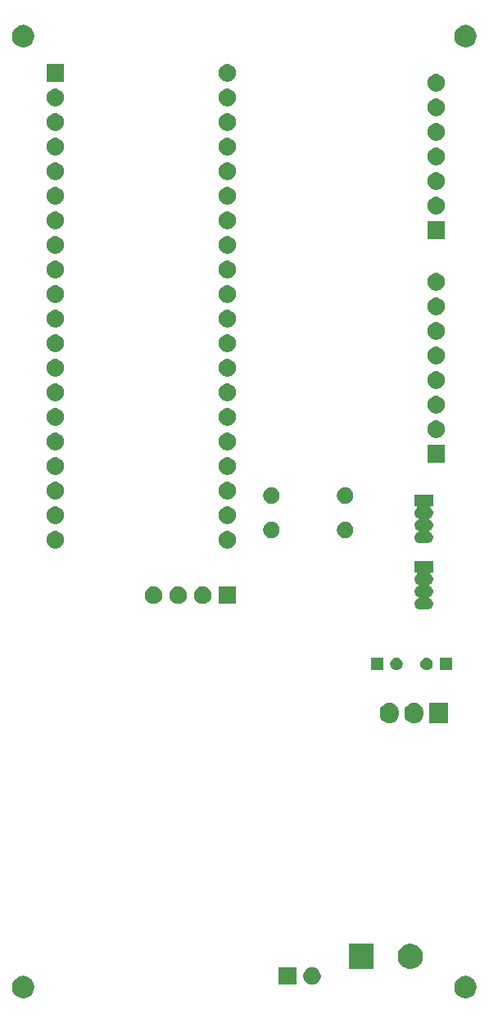
<source format=gbs>
G04 #@! TF.GenerationSoftware,KiCad,Pcbnew,(5.1.5)-3*
G04 #@! TF.CreationDate,2020-03-24T21:31:56-05:00*
G04 #@! TF.ProjectId,PMT_PCB,504d545f-5043-4422-9e6b-696361645f70,rev?*
G04 #@! TF.SameCoordinates,Original*
G04 #@! TF.FileFunction,Soldermask,Bot*
G04 #@! TF.FilePolarity,Negative*
%FSLAX46Y46*%
G04 Gerber Fmt 4.6, Leading zero omitted, Abs format (unit mm)*
G04 Created by KiCad (PCBNEW (5.1.5)-3) date 2020-03-24 21:31:56*
%MOMM*%
%LPD*%
G04 APERTURE LIST*
%ADD10C,0.100000*%
G04 APERTURE END LIST*
D10*
G36*
X171674549Y-140349116D02*
G01*
X171785734Y-140371232D01*
X171995203Y-140457997D01*
X172183720Y-140583960D01*
X172344040Y-140744280D01*
X172470003Y-140932797D01*
X172556768Y-141142266D01*
X172601000Y-141364636D01*
X172601000Y-141591364D01*
X172556768Y-141813734D01*
X172470003Y-142023203D01*
X172344040Y-142211720D01*
X172183720Y-142372040D01*
X171995203Y-142498003D01*
X171785734Y-142584768D01*
X171674549Y-142606884D01*
X171563365Y-142629000D01*
X171336635Y-142629000D01*
X171225451Y-142606884D01*
X171114266Y-142584768D01*
X170904797Y-142498003D01*
X170716280Y-142372040D01*
X170555960Y-142211720D01*
X170429997Y-142023203D01*
X170343232Y-141813734D01*
X170299000Y-141591364D01*
X170299000Y-141364636D01*
X170343232Y-141142266D01*
X170429997Y-140932797D01*
X170555960Y-140744280D01*
X170716280Y-140583960D01*
X170904797Y-140457997D01*
X171114266Y-140371232D01*
X171225451Y-140349116D01*
X171336635Y-140327000D01*
X171563365Y-140327000D01*
X171674549Y-140349116D01*
G37*
G36*
X125954549Y-140349116D02*
G01*
X126065734Y-140371232D01*
X126275203Y-140457997D01*
X126463720Y-140583960D01*
X126624040Y-140744280D01*
X126750003Y-140932797D01*
X126836768Y-141142266D01*
X126881000Y-141364636D01*
X126881000Y-141591364D01*
X126836768Y-141813734D01*
X126750003Y-142023203D01*
X126624040Y-142211720D01*
X126463720Y-142372040D01*
X126275203Y-142498003D01*
X126065734Y-142584768D01*
X125954549Y-142606884D01*
X125843365Y-142629000D01*
X125616635Y-142629000D01*
X125505451Y-142606884D01*
X125394266Y-142584768D01*
X125184797Y-142498003D01*
X124996280Y-142372040D01*
X124835960Y-142211720D01*
X124709997Y-142023203D01*
X124623232Y-141813734D01*
X124579000Y-141591364D01*
X124579000Y-141364636D01*
X124623232Y-141142266D01*
X124709997Y-140932797D01*
X124835960Y-140744280D01*
X124996280Y-140583960D01*
X125184797Y-140457997D01*
X125394266Y-140371232D01*
X125505451Y-140349116D01*
X125616635Y-140327000D01*
X125843365Y-140327000D01*
X125954549Y-140349116D01*
G37*
G36*
X153936000Y-141236000D02*
G01*
X152134000Y-141236000D01*
X152134000Y-139434000D01*
X153936000Y-139434000D01*
X153936000Y-141236000D01*
G37*
G36*
X155688512Y-139438927D02*
G01*
X155837812Y-139468624D01*
X156001784Y-139536544D01*
X156149354Y-139635147D01*
X156274853Y-139760646D01*
X156373456Y-139908216D01*
X156441376Y-140072188D01*
X156476000Y-140246259D01*
X156476000Y-140423741D01*
X156441376Y-140597812D01*
X156373456Y-140761784D01*
X156274853Y-140909354D01*
X156149354Y-141034853D01*
X156001784Y-141133456D01*
X155837812Y-141201376D01*
X155688512Y-141231073D01*
X155663742Y-141236000D01*
X155486258Y-141236000D01*
X155461488Y-141231073D01*
X155312188Y-141201376D01*
X155148216Y-141133456D01*
X155000646Y-141034853D01*
X154875147Y-140909354D01*
X154776544Y-140761784D01*
X154708624Y-140597812D01*
X154674000Y-140423741D01*
X154674000Y-140246259D01*
X154708624Y-140072188D01*
X154776544Y-139908216D01*
X154875147Y-139760646D01*
X155000646Y-139635147D01*
X155148216Y-139536544D01*
X155312188Y-139468624D01*
X155461488Y-139438927D01*
X155486258Y-139434000D01*
X155663742Y-139434000D01*
X155688512Y-139438927D01*
G37*
G36*
X166114487Y-137051996D02*
G01*
X166351253Y-137150068D01*
X166351255Y-137150069D01*
X166564339Y-137292447D01*
X166745553Y-137473661D01*
X166887932Y-137686747D01*
X166986004Y-137923513D01*
X167036000Y-138174861D01*
X167036000Y-138431139D01*
X166986004Y-138682487D01*
X166887932Y-138919253D01*
X166887931Y-138919255D01*
X166745553Y-139132339D01*
X166564339Y-139313553D01*
X166351255Y-139455931D01*
X166351254Y-139455932D01*
X166351253Y-139455932D01*
X166114487Y-139554004D01*
X165863139Y-139604000D01*
X165606861Y-139604000D01*
X165355513Y-139554004D01*
X165118747Y-139455932D01*
X165118746Y-139455932D01*
X165118745Y-139455931D01*
X164905661Y-139313553D01*
X164724447Y-139132339D01*
X164582069Y-138919255D01*
X164582068Y-138919253D01*
X164483996Y-138682487D01*
X164434000Y-138431139D01*
X164434000Y-138174861D01*
X164483996Y-137923513D01*
X164582068Y-137686747D01*
X164724447Y-137473661D01*
X164905661Y-137292447D01*
X165118745Y-137150069D01*
X165118747Y-137150068D01*
X165355513Y-137051996D01*
X165606861Y-137002000D01*
X165863139Y-137002000D01*
X166114487Y-137051996D01*
G37*
G36*
X161956000Y-139604000D02*
G01*
X159354000Y-139604000D01*
X159354000Y-137002000D01*
X161956000Y-137002000D01*
X161956000Y-139604000D01*
G37*
G36*
X163772720Y-112120520D02*
G01*
X163961881Y-112177901D01*
X164136212Y-112271083D01*
X164289015Y-112396485D01*
X164414417Y-112549288D01*
X164458182Y-112631167D01*
X164507598Y-112723617D01*
X164507599Y-112723620D01*
X164564980Y-112912781D01*
X164579500Y-113060207D01*
X164579500Y-113253794D01*
X164564980Y-113401220D01*
X164507599Y-113590381D01*
X164414417Y-113764712D01*
X164289015Y-113917515D01*
X164136212Y-114042917D01*
X164054333Y-114086682D01*
X163961883Y-114136098D01*
X163961880Y-114136099D01*
X163772719Y-114193480D01*
X163576000Y-114212855D01*
X163379280Y-114193480D01*
X163190119Y-114136099D01*
X163015788Y-114042917D01*
X162862985Y-113917515D01*
X162737583Y-113764712D01*
X162693818Y-113682833D01*
X162644402Y-113590383D01*
X162644401Y-113590380D01*
X162587020Y-113401219D01*
X162572500Y-113253793D01*
X162572500Y-113060206D01*
X162587020Y-112912780D01*
X162644401Y-112723619D01*
X162737583Y-112549288D01*
X162862985Y-112396485D01*
X163015788Y-112271083D01*
X163190120Y-112177901D01*
X163379281Y-112120520D01*
X163576000Y-112101145D01*
X163772720Y-112120520D01*
G37*
G36*
X166312720Y-112120520D02*
G01*
X166501881Y-112177901D01*
X166676212Y-112271083D01*
X166829015Y-112396485D01*
X166954417Y-112549288D01*
X166998182Y-112631167D01*
X167047598Y-112723617D01*
X167047599Y-112723620D01*
X167104980Y-112912781D01*
X167119500Y-113060207D01*
X167119500Y-113253794D01*
X167104980Y-113401220D01*
X167047599Y-113590381D01*
X166954417Y-113764712D01*
X166829015Y-113917515D01*
X166676212Y-114042917D01*
X166594333Y-114086682D01*
X166501883Y-114136098D01*
X166501880Y-114136099D01*
X166312719Y-114193480D01*
X166116000Y-114212855D01*
X165919280Y-114193480D01*
X165730119Y-114136099D01*
X165555788Y-114042917D01*
X165402985Y-113917515D01*
X165277583Y-113764712D01*
X165233818Y-113682833D01*
X165184402Y-113590383D01*
X165184401Y-113590380D01*
X165127020Y-113401219D01*
X165112500Y-113253793D01*
X165112500Y-113060206D01*
X165127020Y-112912780D01*
X165184401Y-112723619D01*
X165277583Y-112549288D01*
X165402985Y-112396485D01*
X165555788Y-112271083D01*
X165730120Y-112177901D01*
X165919281Y-112120520D01*
X166116000Y-112101145D01*
X166312720Y-112120520D01*
G37*
G36*
X169659500Y-114208000D02*
G01*
X167652500Y-114208000D01*
X167652500Y-112106000D01*
X169659500Y-112106000D01*
X169659500Y-114208000D01*
G37*
G36*
X167607890Y-107451017D02*
G01*
X167726364Y-107500091D01*
X167832988Y-107571335D01*
X167923665Y-107662012D01*
X167994909Y-107768636D01*
X168043983Y-107887110D01*
X168069000Y-108012882D01*
X168069000Y-108141118D01*
X168043983Y-108266890D01*
X167994909Y-108385364D01*
X167923665Y-108491988D01*
X167832988Y-108582665D01*
X167726364Y-108653909D01*
X167726363Y-108653910D01*
X167726362Y-108653910D01*
X167607890Y-108702983D01*
X167482119Y-108728000D01*
X167353881Y-108728000D01*
X167228110Y-108702983D01*
X167109638Y-108653910D01*
X167109637Y-108653910D01*
X167109636Y-108653909D01*
X167003012Y-108582665D01*
X166912335Y-108491988D01*
X166841091Y-108385364D01*
X166792017Y-108266890D01*
X166767000Y-108141118D01*
X166767000Y-108012882D01*
X166792017Y-107887110D01*
X166841091Y-107768636D01*
X166912335Y-107662012D01*
X167003012Y-107571335D01*
X167109636Y-107500091D01*
X167228110Y-107451017D01*
X167353881Y-107426000D01*
X167482119Y-107426000D01*
X167607890Y-107451017D01*
G37*
G36*
X164495890Y-107451017D02*
G01*
X164614364Y-107500091D01*
X164720988Y-107571335D01*
X164811665Y-107662012D01*
X164882909Y-107768636D01*
X164931983Y-107887110D01*
X164957000Y-108012882D01*
X164957000Y-108141118D01*
X164931983Y-108266890D01*
X164882909Y-108385364D01*
X164811665Y-108491988D01*
X164720988Y-108582665D01*
X164614364Y-108653909D01*
X164614363Y-108653910D01*
X164614362Y-108653910D01*
X164495890Y-108702983D01*
X164370119Y-108728000D01*
X164241881Y-108728000D01*
X164116110Y-108702983D01*
X163997638Y-108653910D01*
X163997637Y-108653910D01*
X163997636Y-108653909D01*
X163891012Y-108582665D01*
X163800335Y-108491988D01*
X163729091Y-108385364D01*
X163680017Y-108266890D01*
X163655000Y-108141118D01*
X163655000Y-108012882D01*
X163680017Y-107887110D01*
X163729091Y-107768636D01*
X163800335Y-107662012D01*
X163891012Y-107571335D01*
X163997636Y-107500091D01*
X164116110Y-107451017D01*
X164241881Y-107426000D01*
X164370119Y-107426000D01*
X164495890Y-107451017D01*
G37*
G36*
X162957000Y-108728000D02*
G01*
X161655000Y-108728000D01*
X161655000Y-107426000D01*
X162957000Y-107426000D01*
X162957000Y-108728000D01*
G37*
G36*
X170069000Y-108728000D02*
G01*
X168767000Y-108728000D01*
X168767000Y-107426000D01*
X170069000Y-107426000D01*
X170069000Y-108728000D01*
G37*
G36*
X168083000Y-98630000D02*
G01*
X167936609Y-98630000D01*
X167912223Y-98632402D01*
X167888774Y-98639515D01*
X167867163Y-98651066D01*
X167848221Y-98666611D01*
X167832676Y-98685553D01*
X167821125Y-98707164D01*
X167814012Y-98730613D01*
X167811610Y-98754999D01*
X167814012Y-98779385D01*
X167821125Y-98802834D01*
X167832676Y-98824445D01*
X167848221Y-98843387D01*
X167857311Y-98851625D01*
X167913370Y-98897630D01*
X167986598Y-98986860D01*
X168041013Y-99088662D01*
X168041013Y-99088663D01*
X168074521Y-99199124D01*
X168085835Y-99314000D01*
X168074521Y-99428876D01*
X168052182Y-99502517D01*
X168041013Y-99539338D01*
X167986598Y-99641140D01*
X167913370Y-99730370D01*
X167824140Y-99803598D01*
X167758355Y-99838761D01*
X167737981Y-99852375D01*
X167720654Y-99869702D01*
X167707040Y-99890076D01*
X167697663Y-99912715D01*
X167692883Y-99936749D01*
X167692883Y-99961253D01*
X167697664Y-99985286D01*
X167707041Y-100007925D01*
X167720655Y-100028299D01*
X167737982Y-100045626D01*
X167758355Y-100059239D01*
X167824140Y-100094402D01*
X167913370Y-100167630D01*
X167986598Y-100256860D01*
X168041013Y-100358662D01*
X168041013Y-100358663D01*
X168074521Y-100469124D01*
X168085835Y-100584000D01*
X168074521Y-100698876D01*
X168052182Y-100772517D01*
X168041013Y-100809338D01*
X167986598Y-100911140D01*
X167913370Y-101000370D01*
X167824140Y-101073598D01*
X167758355Y-101108761D01*
X167737981Y-101122375D01*
X167720654Y-101139702D01*
X167707040Y-101160076D01*
X167697663Y-101182715D01*
X167692883Y-101206749D01*
X167692883Y-101231253D01*
X167697664Y-101255286D01*
X167707041Y-101277925D01*
X167720655Y-101298299D01*
X167737982Y-101315626D01*
X167758355Y-101329239D01*
X167824140Y-101364402D01*
X167913370Y-101437630D01*
X167986598Y-101526860D01*
X168041013Y-101628662D01*
X168041013Y-101628663D01*
X168074521Y-101739124D01*
X168085835Y-101854000D01*
X168074521Y-101968876D01*
X168052182Y-102042517D01*
X168041013Y-102079338D01*
X167986598Y-102181140D01*
X167913370Y-102270370D01*
X167824140Y-102343598D01*
X167722338Y-102398013D01*
X167685517Y-102409182D01*
X167611876Y-102431521D01*
X167554482Y-102437174D01*
X167525786Y-102440000D01*
X166738214Y-102440000D01*
X166709518Y-102437174D01*
X166652124Y-102431521D01*
X166578483Y-102409182D01*
X166541662Y-102398013D01*
X166439860Y-102343598D01*
X166350630Y-102270370D01*
X166277402Y-102181140D01*
X166222987Y-102079338D01*
X166211818Y-102042517D01*
X166189479Y-101968876D01*
X166178165Y-101854000D01*
X166189479Y-101739124D01*
X166222987Y-101628663D01*
X166222987Y-101628662D01*
X166277402Y-101526860D01*
X166350630Y-101437630D01*
X166439860Y-101364402D01*
X166505645Y-101329239D01*
X166526019Y-101315625D01*
X166543346Y-101298298D01*
X166556960Y-101277924D01*
X166566337Y-101255285D01*
X166571117Y-101231251D01*
X166571117Y-101206747D01*
X166566336Y-101182714D01*
X166556959Y-101160075D01*
X166543345Y-101139701D01*
X166526018Y-101122374D01*
X166505645Y-101108761D01*
X166439860Y-101073598D01*
X166350630Y-101000370D01*
X166277402Y-100911140D01*
X166222987Y-100809338D01*
X166211818Y-100772517D01*
X166189479Y-100698876D01*
X166178165Y-100584000D01*
X166189479Y-100469124D01*
X166222987Y-100358663D01*
X166222987Y-100358662D01*
X166277402Y-100256860D01*
X166350630Y-100167630D01*
X166439860Y-100094402D01*
X166505645Y-100059239D01*
X166526019Y-100045625D01*
X166543346Y-100028298D01*
X166556960Y-100007924D01*
X166566337Y-99985285D01*
X166571117Y-99961251D01*
X166571117Y-99936747D01*
X166566336Y-99912714D01*
X166556959Y-99890075D01*
X166543345Y-99869701D01*
X166526018Y-99852374D01*
X166505645Y-99838761D01*
X166439860Y-99803598D01*
X166350630Y-99730370D01*
X166277402Y-99641140D01*
X166222987Y-99539338D01*
X166211818Y-99502517D01*
X166189479Y-99428876D01*
X166178165Y-99314000D01*
X166189479Y-99199124D01*
X166222987Y-99088663D01*
X166222987Y-99088662D01*
X166277402Y-98986860D01*
X166350630Y-98897630D01*
X166406689Y-98851625D01*
X166424016Y-98834298D01*
X166437630Y-98813924D01*
X166447007Y-98791285D01*
X166451788Y-98767252D01*
X166451788Y-98742748D01*
X166447008Y-98718715D01*
X166437631Y-98696076D01*
X166424017Y-98675701D01*
X166406690Y-98658374D01*
X166386316Y-98644760D01*
X166363677Y-98635383D01*
X166339644Y-98630602D01*
X166327391Y-98630000D01*
X166181000Y-98630000D01*
X166181000Y-97458000D01*
X168083000Y-97458000D01*
X168083000Y-98630000D01*
G37*
G36*
X139305512Y-100068927D02*
G01*
X139454812Y-100098624D01*
X139618784Y-100166544D01*
X139766354Y-100265147D01*
X139891853Y-100390646D01*
X139990456Y-100538216D01*
X140058376Y-100702188D01*
X140093000Y-100876259D01*
X140093000Y-101053741D01*
X140058376Y-101227812D01*
X139990456Y-101391784D01*
X139891853Y-101539354D01*
X139766354Y-101664853D01*
X139618784Y-101763456D01*
X139454812Y-101831376D01*
X139305512Y-101861073D01*
X139280742Y-101866000D01*
X139103258Y-101866000D01*
X139078488Y-101861073D01*
X138929188Y-101831376D01*
X138765216Y-101763456D01*
X138617646Y-101664853D01*
X138492147Y-101539354D01*
X138393544Y-101391784D01*
X138325624Y-101227812D01*
X138291000Y-101053741D01*
X138291000Y-100876259D01*
X138325624Y-100702188D01*
X138393544Y-100538216D01*
X138492147Y-100390646D01*
X138617646Y-100265147D01*
X138765216Y-100166544D01*
X138929188Y-100098624D01*
X139078488Y-100068927D01*
X139103258Y-100064000D01*
X139280742Y-100064000D01*
X139305512Y-100068927D01*
G37*
G36*
X141845512Y-100068927D02*
G01*
X141994812Y-100098624D01*
X142158784Y-100166544D01*
X142306354Y-100265147D01*
X142431853Y-100390646D01*
X142530456Y-100538216D01*
X142598376Y-100702188D01*
X142633000Y-100876259D01*
X142633000Y-101053741D01*
X142598376Y-101227812D01*
X142530456Y-101391784D01*
X142431853Y-101539354D01*
X142306354Y-101664853D01*
X142158784Y-101763456D01*
X141994812Y-101831376D01*
X141845512Y-101861073D01*
X141820742Y-101866000D01*
X141643258Y-101866000D01*
X141618488Y-101861073D01*
X141469188Y-101831376D01*
X141305216Y-101763456D01*
X141157646Y-101664853D01*
X141032147Y-101539354D01*
X140933544Y-101391784D01*
X140865624Y-101227812D01*
X140831000Y-101053741D01*
X140831000Y-100876259D01*
X140865624Y-100702188D01*
X140933544Y-100538216D01*
X141032147Y-100390646D01*
X141157646Y-100265147D01*
X141305216Y-100166544D01*
X141469188Y-100098624D01*
X141618488Y-100068927D01*
X141643258Y-100064000D01*
X141820742Y-100064000D01*
X141845512Y-100068927D01*
G37*
G36*
X147713000Y-101866000D02*
G01*
X145911000Y-101866000D01*
X145911000Y-100064000D01*
X147713000Y-100064000D01*
X147713000Y-101866000D01*
G37*
G36*
X144385512Y-100068927D02*
G01*
X144534812Y-100098624D01*
X144698784Y-100166544D01*
X144846354Y-100265147D01*
X144971853Y-100390646D01*
X145070456Y-100538216D01*
X145138376Y-100702188D01*
X145173000Y-100876259D01*
X145173000Y-101053741D01*
X145138376Y-101227812D01*
X145070456Y-101391784D01*
X144971853Y-101539354D01*
X144846354Y-101664853D01*
X144698784Y-101763456D01*
X144534812Y-101831376D01*
X144385512Y-101861073D01*
X144360742Y-101866000D01*
X144183258Y-101866000D01*
X144158488Y-101861073D01*
X144009188Y-101831376D01*
X143845216Y-101763456D01*
X143697646Y-101664853D01*
X143572147Y-101539354D01*
X143473544Y-101391784D01*
X143405624Y-101227812D01*
X143371000Y-101053741D01*
X143371000Y-100876259D01*
X143405624Y-100702188D01*
X143473544Y-100538216D01*
X143572147Y-100390646D01*
X143697646Y-100265147D01*
X143845216Y-100166544D01*
X144009188Y-100098624D01*
X144158488Y-100068927D01*
X144183258Y-100064000D01*
X144360742Y-100064000D01*
X144385512Y-100068927D01*
G37*
G36*
X146925512Y-94353927D02*
G01*
X147074812Y-94383624D01*
X147238784Y-94451544D01*
X147386354Y-94550147D01*
X147511853Y-94675646D01*
X147610456Y-94823216D01*
X147678376Y-94987188D01*
X147713000Y-95161259D01*
X147713000Y-95338741D01*
X147678376Y-95512812D01*
X147610456Y-95676784D01*
X147511853Y-95824354D01*
X147386354Y-95949853D01*
X147238784Y-96048456D01*
X147074812Y-96116376D01*
X146925512Y-96146073D01*
X146900742Y-96151000D01*
X146723258Y-96151000D01*
X146698488Y-96146073D01*
X146549188Y-96116376D01*
X146385216Y-96048456D01*
X146237646Y-95949853D01*
X146112147Y-95824354D01*
X146013544Y-95676784D01*
X145945624Y-95512812D01*
X145911000Y-95338741D01*
X145911000Y-95161259D01*
X145945624Y-94987188D01*
X146013544Y-94823216D01*
X146112147Y-94675646D01*
X146237646Y-94550147D01*
X146385216Y-94451544D01*
X146549188Y-94383624D01*
X146698488Y-94353927D01*
X146723258Y-94349000D01*
X146900742Y-94349000D01*
X146925512Y-94353927D01*
G37*
G36*
X129145512Y-94353927D02*
G01*
X129294812Y-94383624D01*
X129458784Y-94451544D01*
X129606354Y-94550147D01*
X129731853Y-94675646D01*
X129830456Y-94823216D01*
X129898376Y-94987188D01*
X129933000Y-95161259D01*
X129933000Y-95338741D01*
X129898376Y-95512812D01*
X129830456Y-95676784D01*
X129731853Y-95824354D01*
X129606354Y-95949853D01*
X129458784Y-96048456D01*
X129294812Y-96116376D01*
X129145512Y-96146073D01*
X129120742Y-96151000D01*
X128943258Y-96151000D01*
X128918488Y-96146073D01*
X128769188Y-96116376D01*
X128605216Y-96048456D01*
X128457646Y-95949853D01*
X128332147Y-95824354D01*
X128233544Y-95676784D01*
X128165624Y-95512812D01*
X128131000Y-95338741D01*
X128131000Y-95161259D01*
X128165624Y-94987188D01*
X128233544Y-94823216D01*
X128332147Y-94675646D01*
X128457646Y-94550147D01*
X128605216Y-94451544D01*
X128769188Y-94383624D01*
X128918488Y-94353927D01*
X128943258Y-94349000D01*
X129120742Y-94349000D01*
X129145512Y-94353927D01*
G37*
G36*
X168083000Y-91772000D02*
G01*
X167936609Y-91772000D01*
X167912223Y-91774402D01*
X167888774Y-91781515D01*
X167867163Y-91793066D01*
X167848221Y-91808611D01*
X167832676Y-91827553D01*
X167821125Y-91849164D01*
X167814012Y-91872613D01*
X167811610Y-91896999D01*
X167814012Y-91921385D01*
X167821125Y-91944834D01*
X167832676Y-91966445D01*
X167848221Y-91985387D01*
X167857311Y-91993625D01*
X167913370Y-92039630D01*
X167986598Y-92128860D01*
X168041013Y-92230662D01*
X168041013Y-92230663D01*
X168074521Y-92341124D01*
X168085835Y-92456000D01*
X168074521Y-92570876D01*
X168059238Y-92621258D01*
X168041013Y-92681338D01*
X167986598Y-92783140D01*
X167913370Y-92872370D01*
X167824140Y-92945598D01*
X167758355Y-92980761D01*
X167737981Y-92994375D01*
X167720654Y-93011702D01*
X167707040Y-93032076D01*
X167697663Y-93054715D01*
X167692883Y-93078749D01*
X167692883Y-93103253D01*
X167697664Y-93127286D01*
X167707041Y-93149925D01*
X167720655Y-93170299D01*
X167737982Y-93187626D01*
X167758355Y-93201239D01*
X167824140Y-93236402D01*
X167913370Y-93309630D01*
X167986598Y-93398860D01*
X168041013Y-93500662D01*
X168041013Y-93500663D01*
X168074521Y-93611124D01*
X168085835Y-93726000D01*
X168074521Y-93840876D01*
X168052182Y-93914517D01*
X168041013Y-93951338D01*
X167986598Y-94053140D01*
X167913370Y-94142370D01*
X167824140Y-94215598D01*
X167758355Y-94250761D01*
X167737981Y-94264375D01*
X167720654Y-94281702D01*
X167707040Y-94302076D01*
X167697663Y-94324715D01*
X167692883Y-94348749D01*
X167692883Y-94373253D01*
X167697664Y-94397286D01*
X167707041Y-94419925D01*
X167720655Y-94440299D01*
X167737982Y-94457626D01*
X167758355Y-94471239D01*
X167824140Y-94506402D01*
X167913370Y-94579630D01*
X167986598Y-94668860D01*
X168041013Y-94770662D01*
X168041013Y-94770663D01*
X168074521Y-94881124D01*
X168085835Y-94996000D01*
X168074521Y-95110876D01*
X168059238Y-95161258D01*
X168041013Y-95221338D01*
X167986598Y-95323140D01*
X167913370Y-95412370D01*
X167824140Y-95485598D01*
X167722338Y-95540013D01*
X167685517Y-95551182D01*
X167611876Y-95573521D01*
X167554482Y-95579174D01*
X167525786Y-95582000D01*
X166738214Y-95582000D01*
X166709518Y-95579174D01*
X166652124Y-95573521D01*
X166578483Y-95551182D01*
X166541662Y-95540013D01*
X166439860Y-95485598D01*
X166350630Y-95412370D01*
X166277402Y-95323140D01*
X166222987Y-95221338D01*
X166204762Y-95161258D01*
X166189479Y-95110876D01*
X166178165Y-94996000D01*
X166189479Y-94881124D01*
X166222987Y-94770663D01*
X166222987Y-94770662D01*
X166277402Y-94668860D01*
X166350630Y-94579630D01*
X166439860Y-94506402D01*
X166505645Y-94471239D01*
X166526019Y-94457625D01*
X166543346Y-94440298D01*
X166556960Y-94419924D01*
X166566337Y-94397285D01*
X166571117Y-94373251D01*
X166571117Y-94348747D01*
X166566336Y-94324714D01*
X166556959Y-94302075D01*
X166543345Y-94281701D01*
X166526018Y-94264374D01*
X166505645Y-94250761D01*
X166439860Y-94215598D01*
X166350630Y-94142370D01*
X166277402Y-94053140D01*
X166222987Y-93951338D01*
X166211818Y-93914517D01*
X166189479Y-93840876D01*
X166178165Y-93726000D01*
X166189479Y-93611124D01*
X166222987Y-93500663D01*
X166222987Y-93500662D01*
X166277402Y-93398860D01*
X166350630Y-93309630D01*
X166439860Y-93236402D01*
X166505645Y-93201239D01*
X166526019Y-93187625D01*
X166543346Y-93170298D01*
X166556960Y-93149924D01*
X166566337Y-93127285D01*
X166571117Y-93103251D01*
X166571117Y-93078747D01*
X166566336Y-93054714D01*
X166556959Y-93032075D01*
X166543345Y-93011701D01*
X166526018Y-92994374D01*
X166505645Y-92980761D01*
X166439860Y-92945598D01*
X166350630Y-92872370D01*
X166277402Y-92783140D01*
X166222987Y-92681338D01*
X166204762Y-92621258D01*
X166189479Y-92570876D01*
X166178165Y-92456000D01*
X166189479Y-92341124D01*
X166222987Y-92230663D01*
X166222987Y-92230662D01*
X166277402Y-92128860D01*
X166350630Y-92039630D01*
X166406689Y-91993625D01*
X166424016Y-91976298D01*
X166437630Y-91955924D01*
X166447007Y-91933285D01*
X166451788Y-91909252D01*
X166451788Y-91884748D01*
X166447008Y-91860715D01*
X166437631Y-91838076D01*
X166424017Y-91817701D01*
X166406690Y-91800374D01*
X166386316Y-91786760D01*
X166363677Y-91777383D01*
X166339644Y-91772602D01*
X166327391Y-91772000D01*
X166181000Y-91772000D01*
X166181000Y-90600000D01*
X168083000Y-90600000D01*
X168083000Y-91772000D01*
G37*
G36*
X159252228Y-93415703D02*
G01*
X159407100Y-93479853D01*
X159546481Y-93572985D01*
X159665015Y-93691519D01*
X159758147Y-93830900D01*
X159822297Y-93985772D01*
X159855000Y-94150184D01*
X159855000Y-94317816D01*
X159822297Y-94482228D01*
X159758147Y-94637100D01*
X159665015Y-94776481D01*
X159546481Y-94895015D01*
X159407100Y-94988147D01*
X159252228Y-95052297D01*
X159087816Y-95085000D01*
X158920184Y-95085000D01*
X158755772Y-95052297D01*
X158600900Y-94988147D01*
X158461519Y-94895015D01*
X158342985Y-94776481D01*
X158249853Y-94637100D01*
X158185703Y-94482228D01*
X158153000Y-94317816D01*
X158153000Y-94150184D01*
X158185703Y-93985772D01*
X158249853Y-93830900D01*
X158342985Y-93691519D01*
X158461519Y-93572985D01*
X158600900Y-93479853D01*
X158755772Y-93415703D01*
X158920184Y-93383000D01*
X159087816Y-93383000D01*
X159252228Y-93415703D01*
G37*
G36*
X151632228Y-93415703D02*
G01*
X151787100Y-93479853D01*
X151926481Y-93572985D01*
X152045015Y-93691519D01*
X152138147Y-93830900D01*
X152202297Y-93985772D01*
X152235000Y-94150184D01*
X152235000Y-94317816D01*
X152202297Y-94482228D01*
X152138147Y-94637100D01*
X152045015Y-94776481D01*
X151926481Y-94895015D01*
X151787100Y-94988147D01*
X151632228Y-95052297D01*
X151467816Y-95085000D01*
X151300184Y-95085000D01*
X151135772Y-95052297D01*
X150980900Y-94988147D01*
X150841519Y-94895015D01*
X150722985Y-94776481D01*
X150629853Y-94637100D01*
X150565703Y-94482228D01*
X150533000Y-94317816D01*
X150533000Y-94150184D01*
X150565703Y-93985772D01*
X150629853Y-93830900D01*
X150722985Y-93691519D01*
X150841519Y-93572985D01*
X150980900Y-93479853D01*
X151135772Y-93415703D01*
X151300184Y-93383000D01*
X151467816Y-93383000D01*
X151632228Y-93415703D01*
G37*
G36*
X146925512Y-91813927D02*
G01*
X147074812Y-91843624D01*
X147238784Y-91911544D01*
X147386354Y-92010147D01*
X147511853Y-92135646D01*
X147610456Y-92283216D01*
X147678376Y-92447188D01*
X147713000Y-92621259D01*
X147713000Y-92798741D01*
X147678376Y-92972812D01*
X147610456Y-93136784D01*
X147511853Y-93284354D01*
X147386354Y-93409853D01*
X147238784Y-93508456D01*
X147074812Y-93576376D01*
X146925512Y-93606073D01*
X146900742Y-93611000D01*
X146723258Y-93611000D01*
X146698488Y-93606073D01*
X146549188Y-93576376D01*
X146385216Y-93508456D01*
X146237646Y-93409853D01*
X146112147Y-93284354D01*
X146013544Y-93136784D01*
X145945624Y-92972812D01*
X145911000Y-92798741D01*
X145911000Y-92621259D01*
X145945624Y-92447188D01*
X146013544Y-92283216D01*
X146112147Y-92135646D01*
X146237646Y-92010147D01*
X146385216Y-91911544D01*
X146549188Y-91843624D01*
X146698488Y-91813927D01*
X146723258Y-91809000D01*
X146900742Y-91809000D01*
X146925512Y-91813927D01*
G37*
G36*
X129145512Y-91813927D02*
G01*
X129294812Y-91843624D01*
X129458784Y-91911544D01*
X129606354Y-92010147D01*
X129731853Y-92135646D01*
X129830456Y-92283216D01*
X129898376Y-92447188D01*
X129933000Y-92621259D01*
X129933000Y-92798741D01*
X129898376Y-92972812D01*
X129830456Y-93136784D01*
X129731853Y-93284354D01*
X129606354Y-93409853D01*
X129458784Y-93508456D01*
X129294812Y-93576376D01*
X129145512Y-93606073D01*
X129120742Y-93611000D01*
X128943258Y-93611000D01*
X128918488Y-93606073D01*
X128769188Y-93576376D01*
X128605216Y-93508456D01*
X128457646Y-93409853D01*
X128332147Y-93284354D01*
X128233544Y-93136784D01*
X128165624Y-92972812D01*
X128131000Y-92798741D01*
X128131000Y-92621259D01*
X128165624Y-92447188D01*
X128233544Y-92283216D01*
X128332147Y-92135646D01*
X128457646Y-92010147D01*
X128605216Y-91911544D01*
X128769188Y-91843624D01*
X128918488Y-91813927D01*
X128943258Y-91809000D01*
X129120742Y-91809000D01*
X129145512Y-91813927D01*
G37*
G36*
X159252228Y-89859703D02*
G01*
X159407100Y-89923853D01*
X159546481Y-90016985D01*
X159665015Y-90135519D01*
X159758147Y-90274900D01*
X159822297Y-90429772D01*
X159855000Y-90594184D01*
X159855000Y-90761816D01*
X159822297Y-90926228D01*
X159758147Y-91081100D01*
X159665015Y-91220481D01*
X159546481Y-91339015D01*
X159407100Y-91432147D01*
X159252228Y-91496297D01*
X159087816Y-91529000D01*
X158920184Y-91529000D01*
X158755772Y-91496297D01*
X158600900Y-91432147D01*
X158461519Y-91339015D01*
X158342985Y-91220481D01*
X158249853Y-91081100D01*
X158185703Y-90926228D01*
X158153000Y-90761816D01*
X158153000Y-90594184D01*
X158185703Y-90429772D01*
X158249853Y-90274900D01*
X158342985Y-90135519D01*
X158461519Y-90016985D01*
X158600900Y-89923853D01*
X158755772Y-89859703D01*
X158920184Y-89827000D01*
X159087816Y-89827000D01*
X159252228Y-89859703D01*
G37*
G36*
X151632228Y-89859703D02*
G01*
X151787100Y-89923853D01*
X151926481Y-90016985D01*
X152045015Y-90135519D01*
X152138147Y-90274900D01*
X152202297Y-90429772D01*
X152235000Y-90594184D01*
X152235000Y-90761816D01*
X152202297Y-90926228D01*
X152138147Y-91081100D01*
X152045015Y-91220481D01*
X151926481Y-91339015D01*
X151787100Y-91432147D01*
X151632228Y-91496297D01*
X151467816Y-91529000D01*
X151300184Y-91529000D01*
X151135772Y-91496297D01*
X150980900Y-91432147D01*
X150841519Y-91339015D01*
X150722985Y-91220481D01*
X150629853Y-91081100D01*
X150565703Y-90926228D01*
X150533000Y-90761816D01*
X150533000Y-90594184D01*
X150565703Y-90429772D01*
X150629853Y-90274900D01*
X150722985Y-90135519D01*
X150841519Y-90016985D01*
X150980900Y-89923853D01*
X151135772Y-89859703D01*
X151300184Y-89827000D01*
X151467816Y-89827000D01*
X151632228Y-89859703D01*
G37*
G36*
X129145512Y-89273927D02*
G01*
X129294812Y-89303624D01*
X129458784Y-89371544D01*
X129606354Y-89470147D01*
X129731853Y-89595646D01*
X129830456Y-89743216D01*
X129898376Y-89907188D01*
X129933000Y-90081259D01*
X129933000Y-90258741D01*
X129898376Y-90432812D01*
X129830456Y-90596784D01*
X129731853Y-90744354D01*
X129606354Y-90869853D01*
X129458784Y-90968456D01*
X129294812Y-91036376D01*
X129145512Y-91066073D01*
X129120742Y-91071000D01*
X128943258Y-91071000D01*
X128918488Y-91066073D01*
X128769188Y-91036376D01*
X128605216Y-90968456D01*
X128457646Y-90869853D01*
X128332147Y-90744354D01*
X128233544Y-90596784D01*
X128165624Y-90432812D01*
X128131000Y-90258741D01*
X128131000Y-90081259D01*
X128165624Y-89907188D01*
X128233544Y-89743216D01*
X128332147Y-89595646D01*
X128457646Y-89470147D01*
X128605216Y-89371544D01*
X128769188Y-89303624D01*
X128918488Y-89273927D01*
X128943258Y-89269000D01*
X129120742Y-89269000D01*
X129145512Y-89273927D01*
G37*
G36*
X146925512Y-89273927D02*
G01*
X147074812Y-89303624D01*
X147238784Y-89371544D01*
X147386354Y-89470147D01*
X147511853Y-89595646D01*
X147610456Y-89743216D01*
X147678376Y-89907188D01*
X147713000Y-90081259D01*
X147713000Y-90258741D01*
X147678376Y-90432812D01*
X147610456Y-90596784D01*
X147511853Y-90744354D01*
X147386354Y-90869853D01*
X147238784Y-90968456D01*
X147074812Y-91036376D01*
X146925512Y-91066073D01*
X146900742Y-91071000D01*
X146723258Y-91071000D01*
X146698488Y-91066073D01*
X146549188Y-91036376D01*
X146385216Y-90968456D01*
X146237646Y-90869853D01*
X146112147Y-90744354D01*
X146013544Y-90596784D01*
X145945624Y-90432812D01*
X145911000Y-90258741D01*
X145911000Y-90081259D01*
X145945624Y-89907188D01*
X146013544Y-89743216D01*
X146112147Y-89595646D01*
X146237646Y-89470147D01*
X146385216Y-89371544D01*
X146549188Y-89303624D01*
X146698488Y-89273927D01*
X146723258Y-89269000D01*
X146900742Y-89269000D01*
X146925512Y-89273927D01*
G37*
G36*
X146925512Y-86733927D02*
G01*
X147074812Y-86763624D01*
X147238784Y-86831544D01*
X147386354Y-86930147D01*
X147511853Y-87055646D01*
X147610456Y-87203216D01*
X147678376Y-87367188D01*
X147713000Y-87541259D01*
X147713000Y-87718741D01*
X147678376Y-87892812D01*
X147610456Y-88056784D01*
X147511853Y-88204354D01*
X147386354Y-88329853D01*
X147238784Y-88428456D01*
X147074812Y-88496376D01*
X146925512Y-88526073D01*
X146900742Y-88531000D01*
X146723258Y-88531000D01*
X146698488Y-88526073D01*
X146549188Y-88496376D01*
X146385216Y-88428456D01*
X146237646Y-88329853D01*
X146112147Y-88204354D01*
X146013544Y-88056784D01*
X145945624Y-87892812D01*
X145911000Y-87718741D01*
X145911000Y-87541259D01*
X145945624Y-87367188D01*
X146013544Y-87203216D01*
X146112147Y-87055646D01*
X146237646Y-86930147D01*
X146385216Y-86831544D01*
X146549188Y-86763624D01*
X146698488Y-86733927D01*
X146723258Y-86729000D01*
X146900742Y-86729000D01*
X146925512Y-86733927D01*
G37*
G36*
X129145512Y-86733927D02*
G01*
X129294812Y-86763624D01*
X129458784Y-86831544D01*
X129606354Y-86930147D01*
X129731853Y-87055646D01*
X129830456Y-87203216D01*
X129898376Y-87367188D01*
X129933000Y-87541259D01*
X129933000Y-87718741D01*
X129898376Y-87892812D01*
X129830456Y-88056784D01*
X129731853Y-88204354D01*
X129606354Y-88329853D01*
X129458784Y-88428456D01*
X129294812Y-88496376D01*
X129145512Y-88526073D01*
X129120742Y-88531000D01*
X128943258Y-88531000D01*
X128918488Y-88526073D01*
X128769188Y-88496376D01*
X128605216Y-88428456D01*
X128457646Y-88329853D01*
X128332147Y-88204354D01*
X128233544Y-88056784D01*
X128165624Y-87892812D01*
X128131000Y-87718741D01*
X128131000Y-87541259D01*
X128165624Y-87367188D01*
X128233544Y-87203216D01*
X128332147Y-87055646D01*
X128457646Y-86930147D01*
X128605216Y-86831544D01*
X128769188Y-86763624D01*
X128918488Y-86733927D01*
X128943258Y-86729000D01*
X129120742Y-86729000D01*
X129145512Y-86733927D01*
G37*
G36*
X169303000Y-87261000D02*
G01*
X167501000Y-87261000D01*
X167501000Y-85459000D01*
X169303000Y-85459000D01*
X169303000Y-87261000D01*
G37*
G36*
X146925512Y-84193927D02*
G01*
X147074812Y-84223624D01*
X147238784Y-84291544D01*
X147386354Y-84390147D01*
X147511853Y-84515646D01*
X147610456Y-84663216D01*
X147678376Y-84827188D01*
X147713000Y-85001259D01*
X147713000Y-85178741D01*
X147678376Y-85352812D01*
X147610456Y-85516784D01*
X147511853Y-85664354D01*
X147386354Y-85789853D01*
X147238784Y-85888456D01*
X147074812Y-85956376D01*
X146925512Y-85986073D01*
X146900742Y-85991000D01*
X146723258Y-85991000D01*
X146698488Y-85986073D01*
X146549188Y-85956376D01*
X146385216Y-85888456D01*
X146237646Y-85789853D01*
X146112147Y-85664354D01*
X146013544Y-85516784D01*
X145945624Y-85352812D01*
X145911000Y-85178741D01*
X145911000Y-85001259D01*
X145945624Y-84827188D01*
X146013544Y-84663216D01*
X146112147Y-84515646D01*
X146237646Y-84390147D01*
X146385216Y-84291544D01*
X146549188Y-84223624D01*
X146698488Y-84193927D01*
X146723258Y-84189000D01*
X146900742Y-84189000D01*
X146925512Y-84193927D01*
G37*
G36*
X129145512Y-84193927D02*
G01*
X129294812Y-84223624D01*
X129458784Y-84291544D01*
X129606354Y-84390147D01*
X129731853Y-84515646D01*
X129830456Y-84663216D01*
X129898376Y-84827188D01*
X129933000Y-85001259D01*
X129933000Y-85178741D01*
X129898376Y-85352812D01*
X129830456Y-85516784D01*
X129731853Y-85664354D01*
X129606354Y-85789853D01*
X129458784Y-85888456D01*
X129294812Y-85956376D01*
X129145512Y-85986073D01*
X129120742Y-85991000D01*
X128943258Y-85991000D01*
X128918488Y-85986073D01*
X128769188Y-85956376D01*
X128605216Y-85888456D01*
X128457646Y-85789853D01*
X128332147Y-85664354D01*
X128233544Y-85516784D01*
X128165624Y-85352812D01*
X128131000Y-85178741D01*
X128131000Y-85001259D01*
X128165624Y-84827188D01*
X128233544Y-84663216D01*
X128332147Y-84515646D01*
X128457646Y-84390147D01*
X128605216Y-84291544D01*
X128769188Y-84223624D01*
X128918488Y-84193927D01*
X128943258Y-84189000D01*
X129120742Y-84189000D01*
X129145512Y-84193927D01*
G37*
G36*
X168515512Y-82923927D02*
G01*
X168664812Y-82953624D01*
X168828784Y-83021544D01*
X168976354Y-83120147D01*
X169101853Y-83245646D01*
X169200456Y-83393216D01*
X169268376Y-83557188D01*
X169303000Y-83731259D01*
X169303000Y-83908741D01*
X169268376Y-84082812D01*
X169200456Y-84246784D01*
X169101853Y-84394354D01*
X168976354Y-84519853D01*
X168828784Y-84618456D01*
X168664812Y-84686376D01*
X168515512Y-84716073D01*
X168490742Y-84721000D01*
X168313258Y-84721000D01*
X168288488Y-84716073D01*
X168139188Y-84686376D01*
X167975216Y-84618456D01*
X167827646Y-84519853D01*
X167702147Y-84394354D01*
X167603544Y-84246784D01*
X167535624Y-84082812D01*
X167501000Y-83908741D01*
X167501000Y-83731259D01*
X167535624Y-83557188D01*
X167603544Y-83393216D01*
X167702147Y-83245646D01*
X167827646Y-83120147D01*
X167975216Y-83021544D01*
X168139188Y-82953624D01*
X168288488Y-82923927D01*
X168313258Y-82919000D01*
X168490742Y-82919000D01*
X168515512Y-82923927D01*
G37*
G36*
X146925512Y-81653927D02*
G01*
X147074812Y-81683624D01*
X147238784Y-81751544D01*
X147386354Y-81850147D01*
X147511853Y-81975646D01*
X147610456Y-82123216D01*
X147678376Y-82287188D01*
X147713000Y-82461259D01*
X147713000Y-82638741D01*
X147678376Y-82812812D01*
X147610456Y-82976784D01*
X147511853Y-83124354D01*
X147386354Y-83249853D01*
X147238784Y-83348456D01*
X147074812Y-83416376D01*
X146925512Y-83446073D01*
X146900742Y-83451000D01*
X146723258Y-83451000D01*
X146698488Y-83446073D01*
X146549188Y-83416376D01*
X146385216Y-83348456D01*
X146237646Y-83249853D01*
X146112147Y-83124354D01*
X146013544Y-82976784D01*
X145945624Y-82812812D01*
X145911000Y-82638741D01*
X145911000Y-82461259D01*
X145945624Y-82287188D01*
X146013544Y-82123216D01*
X146112147Y-81975646D01*
X146237646Y-81850147D01*
X146385216Y-81751544D01*
X146549188Y-81683624D01*
X146698488Y-81653927D01*
X146723258Y-81649000D01*
X146900742Y-81649000D01*
X146925512Y-81653927D01*
G37*
G36*
X129145512Y-81653927D02*
G01*
X129294812Y-81683624D01*
X129458784Y-81751544D01*
X129606354Y-81850147D01*
X129731853Y-81975646D01*
X129830456Y-82123216D01*
X129898376Y-82287188D01*
X129933000Y-82461259D01*
X129933000Y-82638741D01*
X129898376Y-82812812D01*
X129830456Y-82976784D01*
X129731853Y-83124354D01*
X129606354Y-83249853D01*
X129458784Y-83348456D01*
X129294812Y-83416376D01*
X129145512Y-83446073D01*
X129120742Y-83451000D01*
X128943258Y-83451000D01*
X128918488Y-83446073D01*
X128769188Y-83416376D01*
X128605216Y-83348456D01*
X128457646Y-83249853D01*
X128332147Y-83124354D01*
X128233544Y-82976784D01*
X128165624Y-82812812D01*
X128131000Y-82638741D01*
X128131000Y-82461259D01*
X128165624Y-82287188D01*
X128233544Y-82123216D01*
X128332147Y-81975646D01*
X128457646Y-81850147D01*
X128605216Y-81751544D01*
X128769188Y-81683624D01*
X128918488Y-81653927D01*
X128943258Y-81649000D01*
X129120742Y-81649000D01*
X129145512Y-81653927D01*
G37*
G36*
X168515512Y-80383927D02*
G01*
X168664812Y-80413624D01*
X168828784Y-80481544D01*
X168976354Y-80580147D01*
X169101853Y-80705646D01*
X169200456Y-80853216D01*
X169268376Y-81017188D01*
X169303000Y-81191259D01*
X169303000Y-81368741D01*
X169268376Y-81542812D01*
X169200456Y-81706784D01*
X169101853Y-81854354D01*
X168976354Y-81979853D01*
X168828784Y-82078456D01*
X168664812Y-82146376D01*
X168515512Y-82176073D01*
X168490742Y-82181000D01*
X168313258Y-82181000D01*
X168288488Y-82176073D01*
X168139188Y-82146376D01*
X167975216Y-82078456D01*
X167827646Y-81979853D01*
X167702147Y-81854354D01*
X167603544Y-81706784D01*
X167535624Y-81542812D01*
X167501000Y-81368741D01*
X167501000Y-81191259D01*
X167535624Y-81017188D01*
X167603544Y-80853216D01*
X167702147Y-80705646D01*
X167827646Y-80580147D01*
X167975216Y-80481544D01*
X168139188Y-80413624D01*
X168288488Y-80383927D01*
X168313258Y-80379000D01*
X168490742Y-80379000D01*
X168515512Y-80383927D01*
G37*
G36*
X129145512Y-79113927D02*
G01*
X129294812Y-79143624D01*
X129458784Y-79211544D01*
X129606354Y-79310147D01*
X129731853Y-79435646D01*
X129830456Y-79583216D01*
X129898376Y-79747188D01*
X129933000Y-79921259D01*
X129933000Y-80098741D01*
X129898376Y-80272812D01*
X129830456Y-80436784D01*
X129731853Y-80584354D01*
X129606354Y-80709853D01*
X129458784Y-80808456D01*
X129294812Y-80876376D01*
X129145512Y-80906073D01*
X129120742Y-80911000D01*
X128943258Y-80911000D01*
X128918488Y-80906073D01*
X128769188Y-80876376D01*
X128605216Y-80808456D01*
X128457646Y-80709853D01*
X128332147Y-80584354D01*
X128233544Y-80436784D01*
X128165624Y-80272812D01*
X128131000Y-80098741D01*
X128131000Y-79921259D01*
X128165624Y-79747188D01*
X128233544Y-79583216D01*
X128332147Y-79435646D01*
X128457646Y-79310147D01*
X128605216Y-79211544D01*
X128769188Y-79143624D01*
X128918488Y-79113927D01*
X128943258Y-79109000D01*
X129120742Y-79109000D01*
X129145512Y-79113927D01*
G37*
G36*
X146925512Y-79113927D02*
G01*
X147074812Y-79143624D01*
X147238784Y-79211544D01*
X147386354Y-79310147D01*
X147511853Y-79435646D01*
X147610456Y-79583216D01*
X147678376Y-79747188D01*
X147713000Y-79921259D01*
X147713000Y-80098741D01*
X147678376Y-80272812D01*
X147610456Y-80436784D01*
X147511853Y-80584354D01*
X147386354Y-80709853D01*
X147238784Y-80808456D01*
X147074812Y-80876376D01*
X146925512Y-80906073D01*
X146900742Y-80911000D01*
X146723258Y-80911000D01*
X146698488Y-80906073D01*
X146549188Y-80876376D01*
X146385216Y-80808456D01*
X146237646Y-80709853D01*
X146112147Y-80584354D01*
X146013544Y-80436784D01*
X145945624Y-80272812D01*
X145911000Y-80098741D01*
X145911000Y-79921259D01*
X145945624Y-79747188D01*
X146013544Y-79583216D01*
X146112147Y-79435646D01*
X146237646Y-79310147D01*
X146385216Y-79211544D01*
X146549188Y-79143624D01*
X146698488Y-79113927D01*
X146723258Y-79109000D01*
X146900742Y-79109000D01*
X146925512Y-79113927D01*
G37*
G36*
X168515512Y-77843927D02*
G01*
X168664812Y-77873624D01*
X168828784Y-77941544D01*
X168976354Y-78040147D01*
X169101853Y-78165646D01*
X169200456Y-78313216D01*
X169268376Y-78477188D01*
X169303000Y-78651259D01*
X169303000Y-78828741D01*
X169268376Y-79002812D01*
X169200456Y-79166784D01*
X169101853Y-79314354D01*
X168976354Y-79439853D01*
X168828784Y-79538456D01*
X168664812Y-79606376D01*
X168515512Y-79636073D01*
X168490742Y-79641000D01*
X168313258Y-79641000D01*
X168288488Y-79636073D01*
X168139188Y-79606376D01*
X167975216Y-79538456D01*
X167827646Y-79439853D01*
X167702147Y-79314354D01*
X167603544Y-79166784D01*
X167535624Y-79002812D01*
X167501000Y-78828741D01*
X167501000Y-78651259D01*
X167535624Y-78477188D01*
X167603544Y-78313216D01*
X167702147Y-78165646D01*
X167827646Y-78040147D01*
X167975216Y-77941544D01*
X168139188Y-77873624D01*
X168288488Y-77843927D01*
X168313258Y-77839000D01*
X168490742Y-77839000D01*
X168515512Y-77843927D01*
G37*
G36*
X146925512Y-76573927D02*
G01*
X147074812Y-76603624D01*
X147238784Y-76671544D01*
X147386354Y-76770147D01*
X147511853Y-76895646D01*
X147610456Y-77043216D01*
X147678376Y-77207188D01*
X147713000Y-77381259D01*
X147713000Y-77558741D01*
X147678376Y-77732812D01*
X147610456Y-77896784D01*
X147511853Y-78044354D01*
X147386354Y-78169853D01*
X147238784Y-78268456D01*
X147074812Y-78336376D01*
X146925512Y-78366073D01*
X146900742Y-78371000D01*
X146723258Y-78371000D01*
X146698488Y-78366073D01*
X146549188Y-78336376D01*
X146385216Y-78268456D01*
X146237646Y-78169853D01*
X146112147Y-78044354D01*
X146013544Y-77896784D01*
X145945624Y-77732812D01*
X145911000Y-77558741D01*
X145911000Y-77381259D01*
X145945624Y-77207188D01*
X146013544Y-77043216D01*
X146112147Y-76895646D01*
X146237646Y-76770147D01*
X146385216Y-76671544D01*
X146549188Y-76603624D01*
X146698488Y-76573927D01*
X146723258Y-76569000D01*
X146900742Y-76569000D01*
X146925512Y-76573927D01*
G37*
G36*
X129145512Y-76573927D02*
G01*
X129294812Y-76603624D01*
X129458784Y-76671544D01*
X129606354Y-76770147D01*
X129731853Y-76895646D01*
X129830456Y-77043216D01*
X129898376Y-77207188D01*
X129933000Y-77381259D01*
X129933000Y-77558741D01*
X129898376Y-77732812D01*
X129830456Y-77896784D01*
X129731853Y-78044354D01*
X129606354Y-78169853D01*
X129458784Y-78268456D01*
X129294812Y-78336376D01*
X129145512Y-78366073D01*
X129120742Y-78371000D01*
X128943258Y-78371000D01*
X128918488Y-78366073D01*
X128769188Y-78336376D01*
X128605216Y-78268456D01*
X128457646Y-78169853D01*
X128332147Y-78044354D01*
X128233544Y-77896784D01*
X128165624Y-77732812D01*
X128131000Y-77558741D01*
X128131000Y-77381259D01*
X128165624Y-77207188D01*
X128233544Y-77043216D01*
X128332147Y-76895646D01*
X128457646Y-76770147D01*
X128605216Y-76671544D01*
X128769188Y-76603624D01*
X128918488Y-76573927D01*
X128943258Y-76569000D01*
X129120742Y-76569000D01*
X129145512Y-76573927D01*
G37*
G36*
X168515512Y-75303927D02*
G01*
X168664812Y-75333624D01*
X168828784Y-75401544D01*
X168976354Y-75500147D01*
X169101853Y-75625646D01*
X169200456Y-75773216D01*
X169268376Y-75937188D01*
X169303000Y-76111259D01*
X169303000Y-76288741D01*
X169268376Y-76462812D01*
X169200456Y-76626784D01*
X169101853Y-76774354D01*
X168976354Y-76899853D01*
X168828784Y-76998456D01*
X168664812Y-77066376D01*
X168515512Y-77096073D01*
X168490742Y-77101000D01*
X168313258Y-77101000D01*
X168288488Y-77096073D01*
X168139188Y-77066376D01*
X167975216Y-76998456D01*
X167827646Y-76899853D01*
X167702147Y-76774354D01*
X167603544Y-76626784D01*
X167535624Y-76462812D01*
X167501000Y-76288741D01*
X167501000Y-76111259D01*
X167535624Y-75937188D01*
X167603544Y-75773216D01*
X167702147Y-75625646D01*
X167827646Y-75500147D01*
X167975216Y-75401544D01*
X168139188Y-75333624D01*
X168288488Y-75303927D01*
X168313258Y-75299000D01*
X168490742Y-75299000D01*
X168515512Y-75303927D01*
G37*
G36*
X146925512Y-74033927D02*
G01*
X147074812Y-74063624D01*
X147238784Y-74131544D01*
X147386354Y-74230147D01*
X147511853Y-74355646D01*
X147610456Y-74503216D01*
X147678376Y-74667188D01*
X147713000Y-74841259D01*
X147713000Y-75018741D01*
X147678376Y-75192812D01*
X147610456Y-75356784D01*
X147511853Y-75504354D01*
X147386354Y-75629853D01*
X147238784Y-75728456D01*
X147074812Y-75796376D01*
X146925512Y-75826073D01*
X146900742Y-75831000D01*
X146723258Y-75831000D01*
X146698488Y-75826073D01*
X146549188Y-75796376D01*
X146385216Y-75728456D01*
X146237646Y-75629853D01*
X146112147Y-75504354D01*
X146013544Y-75356784D01*
X145945624Y-75192812D01*
X145911000Y-75018741D01*
X145911000Y-74841259D01*
X145945624Y-74667188D01*
X146013544Y-74503216D01*
X146112147Y-74355646D01*
X146237646Y-74230147D01*
X146385216Y-74131544D01*
X146549188Y-74063624D01*
X146698488Y-74033927D01*
X146723258Y-74029000D01*
X146900742Y-74029000D01*
X146925512Y-74033927D01*
G37*
G36*
X129145512Y-74033927D02*
G01*
X129294812Y-74063624D01*
X129458784Y-74131544D01*
X129606354Y-74230147D01*
X129731853Y-74355646D01*
X129830456Y-74503216D01*
X129898376Y-74667188D01*
X129933000Y-74841259D01*
X129933000Y-75018741D01*
X129898376Y-75192812D01*
X129830456Y-75356784D01*
X129731853Y-75504354D01*
X129606354Y-75629853D01*
X129458784Y-75728456D01*
X129294812Y-75796376D01*
X129145512Y-75826073D01*
X129120742Y-75831000D01*
X128943258Y-75831000D01*
X128918488Y-75826073D01*
X128769188Y-75796376D01*
X128605216Y-75728456D01*
X128457646Y-75629853D01*
X128332147Y-75504354D01*
X128233544Y-75356784D01*
X128165624Y-75192812D01*
X128131000Y-75018741D01*
X128131000Y-74841259D01*
X128165624Y-74667188D01*
X128233544Y-74503216D01*
X128332147Y-74355646D01*
X128457646Y-74230147D01*
X128605216Y-74131544D01*
X128769188Y-74063624D01*
X128918488Y-74033927D01*
X128943258Y-74029000D01*
X129120742Y-74029000D01*
X129145512Y-74033927D01*
G37*
G36*
X168515512Y-72763927D02*
G01*
X168664812Y-72793624D01*
X168828784Y-72861544D01*
X168976354Y-72960147D01*
X169101853Y-73085646D01*
X169200456Y-73233216D01*
X169268376Y-73397188D01*
X169303000Y-73571259D01*
X169303000Y-73748741D01*
X169268376Y-73922812D01*
X169200456Y-74086784D01*
X169101853Y-74234354D01*
X168976354Y-74359853D01*
X168828784Y-74458456D01*
X168664812Y-74526376D01*
X168515512Y-74556073D01*
X168490742Y-74561000D01*
X168313258Y-74561000D01*
X168288488Y-74556073D01*
X168139188Y-74526376D01*
X167975216Y-74458456D01*
X167827646Y-74359853D01*
X167702147Y-74234354D01*
X167603544Y-74086784D01*
X167535624Y-73922812D01*
X167501000Y-73748741D01*
X167501000Y-73571259D01*
X167535624Y-73397188D01*
X167603544Y-73233216D01*
X167702147Y-73085646D01*
X167827646Y-72960147D01*
X167975216Y-72861544D01*
X168139188Y-72793624D01*
X168288488Y-72763927D01*
X168313258Y-72759000D01*
X168490742Y-72759000D01*
X168515512Y-72763927D01*
G37*
G36*
X146925512Y-71493927D02*
G01*
X147074812Y-71523624D01*
X147238784Y-71591544D01*
X147386354Y-71690147D01*
X147511853Y-71815646D01*
X147610456Y-71963216D01*
X147678376Y-72127188D01*
X147713000Y-72301259D01*
X147713000Y-72478741D01*
X147678376Y-72652812D01*
X147610456Y-72816784D01*
X147511853Y-72964354D01*
X147386354Y-73089853D01*
X147238784Y-73188456D01*
X147074812Y-73256376D01*
X146925512Y-73286073D01*
X146900742Y-73291000D01*
X146723258Y-73291000D01*
X146698488Y-73286073D01*
X146549188Y-73256376D01*
X146385216Y-73188456D01*
X146237646Y-73089853D01*
X146112147Y-72964354D01*
X146013544Y-72816784D01*
X145945624Y-72652812D01*
X145911000Y-72478741D01*
X145911000Y-72301259D01*
X145945624Y-72127188D01*
X146013544Y-71963216D01*
X146112147Y-71815646D01*
X146237646Y-71690147D01*
X146385216Y-71591544D01*
X146549188Y-71523624D01*
X146698488Y-71493927D01*
X146723258Y-71489000D01*
X146900742Y-71489000D01*
X146925512Y-71493927D01*
G37*
G36*
X129145512Y-71493927D02*
G01*
X129294812Y-71523624D01*
X129458784Y-71591544D01*
X129606354Y-71690147D01*
X129731853Y-71815646D01*
X129830456Y-71963216D01*
X129898376Y-72127188D01*
X129933000Y-72301259D01*
X129933000Y-72478741D01*
X129898376Y-72652812D01*
X129830456Y-72816784D01*
X129731853Y-72964354D01*
X129606354Y-73089853D01*
X129458784Y-73188456D01*
X129294812Y-73256376D01*
X129145512Y-73286073D01*
X129120742Y-73291000D01*
X128943258Y-73291000D01*
X128918488Y-73286073D01*
X128769188Y-73256376D01*
X128605216Y-73188456D01*
X128457646Y-73089853D01*
X128332147Y-72964354D01*
X128233544Y-72816784D01*
X128165624Y-72652812D01*
X128131000Y-72478741D01*
X128131000Y-72301259D01*
X128165624Y-72127188D01*
X128233544Y-71963216D01*
X128332147Y-71815646D01*
X128457646Y-71690147D01*
X128605216Y-71591544D01*
X128769188Y-71523624D01*
X128918488Y-71493927D01*
X128943258Y-71489000D01*
X129120742Y-71489000D01*
X129145512Y-71493927D01*
G37*
G36*
X168515512Y-70223927D02*
G01*
X168664812Y-70253624D01*
X168828784Y-70321544D01*
X168976354Y-70420147D01*
X169101853Y-70545646D01*
X169200456Y-70693216D01*
X169268376Y-70857188D01*
X169303000Y-71031259D01*
X169303000Y-71208741D01*
X169268376Y-71382812D01*
X169200456Y-71546784D01*
X169101853Y-71694354D01*
X168976354Y-71819853D01*
X168828784Y-71918456D01*
X168664812Y-71986376D01*
X168515512Y-72016073D01*
X168490742Y-72021000D01*
X168313258Y-72021000D01*
X168288488Y-72016073D01*
X168139188Y-71986376D01*
X167975216Y-71918456D01*
X167827646Y-71819853D01*
X167702147Y-71694354D01*
X167603544Y-71546784D01*
X167535624Y-71382812D01*
X167501000Y-71208741D01*
X167501000Y-71031259D01*
X167535624Y-70857188D01*
X167603544Y-70693216D01*
X167702147Y-70545646D01*
X167827646Y-70420147D01*
X167975216Y-70321544D01*
X168139188Y-70253624D01*
X168288488Y-70223927D01*
X168313258Y-70219000D01*
X168490742Y-70219000D01*
X168515512Y-70223927D01*
G37*
G36*
X146925512Y-68953927D02*
G01*
X147074812Y-68983624D01*
X147238784Y-69051544D01*
X147386354Y-69150147D01*
X147511853Y-69275646D01*
X147610456Y-69423216D01*
X147678376Y-69587188D01*
X147713000Y-69761259D01*
X147713000Y-69938741D01*
X147678376Y-70112812D01*
X147610456Y-70276784D01*
X147511853Y-70424354D01*
X147386354Y-70549853D01*
X147238784Y-70648456D01*
X147074812Y-70716376D01*
X146925512Y-70746073D01*
X146900742Y-70751000D01*
X146723258Y-70751000D01*
X146698488Y-70746073D01*
X146549188Y-70716376D01*
X146385216Y-70648456D01*
X146237646Y-70549853D01*
X146112147Y-70424354D01*
X146013544Y-70276784D01*
X145945624Y-70112812D01*
X145911000Y-69938741D01*
X145911000Y-69761259D01*
X145945624Y-69587188D01*
X146013544Y-69423216D01*
X146112147Y-69275646D01*
X146237646Y-69150147D01*
X146385216Y-69051544D01*
X146549188Y-68983624D01*
X146698488Y-68953927D01*
X146723258Y-68949000D01*
X146900742Y-68949000D01*
X146925512Y-68953927D01*
G37*
G36*
X129145512Y-68953927D02*
G01*
X129294812Y-68983624D01*
X129458784Y-69051544D01*
X129606354Y-69150147D01*
X129731853Y-69275646D01*
X129830456Y-69423216D01*
X129898376Y-69587188D01*
X129933000Y-69761259D01*
X129933000Y-69938741D01*
X129898376Y-70112812D01*
X129830456Y-70276784D01*
X129731853Y-70424354D01*
X129606354Y-70549853D01*
X129458784Y-70648456D01*
X129294812Y-70716376D01*
X129145512Y-70746073D01*
X129120742Y-70751000D01*
X128943258Y-70751000D01*
X128918488Y-70746073D01*
X128769188Y-70716376D01*
X128605216Y-70648456D01*
X128457646Y-70549853D01*
X128332147Y-70424354D01*
X128233544Y-70276784D01*
X128165624Y-70112812D01*
X128131000Y-69938741D01*
X128131000Y-69761259D01*
X128165624Y-69587188D01*
X128233544Y-69423216D01*
X128332147Y-69275646D01*
X128457646Y-69150147D01*
X128605216Y-69051544D01*
X128769188Y-68983624D01*
X128918488Y-68953927D01*
X128943258Y-68949000D01*
X129120742Y-68949000D01*
X129145512Y-68953927D01*
G37*
G36*
X168515512Y-67683927D02*
G01*
X168664812Y-67713624D01*
X168828784Y-67781544D01*
X168976354Y-67880147D01*
X169101853Y-68005646D01*
X169200456Y-68153216D01*
X169268376Y-68317188D01*
X169303000Y-68491259D01*
X169303000Y-68668741D01*
X169268376Y-68842812D01*
X169200456Y-69006784D01*
X169101853Y-69154354D01*
X168976354Y-69279853D01*
X168828784Y-69378456D01*
X168664812Y-69446376D01*
X168515512Y-69476073D01*
X168490742Y-69481000D01*
X168313258Y-69481000D01*
X168288488Y-69476073D01*
X168139188Y-69446376D01*
X167975216Y-69378456D01*
X167827646Y-69279853D01*
X167702147Y-69154354D01*
X167603544Y-69006784D01*
X167535624Y-68842812D01*
X167501000Y-68668741D01*
X167501000Y-68491259D01*
X167535624Y-68317188D01*
X167603544Y-68153216D01*
X167702147Y-68005646D01*
X167827646Y-67880147D01*
X167975216Y-67781544D01*
X168139188Y-67713624D01*
X168288488Y-67683927D01*
X168313258Y-67679000D01*
X168490742Y-67679000D01*
X168515512Y-67683927D01*
G37*
G36*
X146925512Y-66413927D02*
G01*
X147074812Y-66443624D01*
X147238784Y-66511544D01*
X147386354Y-66610147D01*
X147511853Y-66735646D01*
X147610456Y-66883216D01*
X147678376Y-67047188D01*
X147713000Y-67221259D01*
X147713000Y-67398741D01*
X147678376Y-67572812D01*
X147610456Y-67736784D01*
X147511853Y-67884354D01*
X147386354Y-68009853D01*
X147238784Y-68108456D01*
X147074812Y-68176376D01*
X146925512Y-68206073D01*
X146900742Y-68211000D01*
X146723258Y-68211000D01*
X146698488Y-68206073D01*
X146549188Y-68176376D01*
X146385216Y-68108456D01*
X146237646Y-68009853D01*
X146112147Y-67884354D01*
X146013544Y-67736784D01*
X145945624Y-67572812D01*
X145911000Y-67398741D01*
X145911000Y-67221259D01*
X145945624Y-67047188D01*
X146013544Y-66883216D01*
X146112147Y-66735646D01*
X146237646Y-66610147D01*
X146385216Y-66511544D01*
X146549188Y-66443624D01*
X146698488Y-66413927D01*
X146723258Y-66409000D01*
X146900742Y-66409000D01*
X146925512Y-66413927D01*
G37*
G36*
X129145512Y-66413927D02*
G01*
X129294812Y-66443624D01*
X129458784Y-66511544D01*
X129606354Y-66610147D01*
X129731853Y-66735646D01*
X129830456Y-66883216D01*
X129898376Y-67047188D01*
X129933000Y-67221259D01*
X129933000Y-67398741D01*
X129898376Y-67572812D01*
X129830456Y-67736784D01*
X129731853Y-67884354D01*
X129606354Y-68009853D01*
X129458784Y-68108456D01*
X129294812Y-68176376D01*
X129145512Y-68206073D01*
X129120742Y-68211000D01*
X128943258Y-68211000D01*
X128918488Y-68206073D01*
X128769188Y-68176376D01*
X128605216Y-68108456D01*
X128457646Y-68009853D01*
X128332147Y-67884354D01*
X128233544Y-67736784D01*
X128165624Y-67572812D01*
X128131000Y-67398741D01*
X128131000Y-67221259D01*
X128165624Y-67047188D01*
X128233544Y-66883216D01*
X128332147Y-66735646D01*
X128457646Y-66610147D01*
X128605216Y-66511544D01*
X128769188Y-66443624D01*
X128918488Y-66413927D01*
X128943258Y-66409000D01*
X129120742Y-66409000D01*
X129145512Y-66413927D01*
G37*
G36*
X146925512Y-63873927D02*
G01*
X147074812Y-63903624D01*
X147238784Y-63971544D01*
X147386354Y-64070147D01*
X147511853Y-64195646D01*
X147610456Y-64343216D01*
X147678376Y-64507188D01*
X147713000Y-64681259D01*
X147713000Y-64858741D01*
X147678376Y-65032812D01*
X147610456Y-65196784D01*
X147511853Y-65344354D01*
X147386354Y-65469853D01*
X147238784Y-65568456D01*
X147074812Y-65636376D01*
X146925512Y-65666073D01*
X146900742Y-65671000D01*
X146723258Y-65671000D01*
X146698488Y-65666073D01*
X146549188Y-65636376D01*
X146385216Y-65568456D01*
X146237646Y-65469853D01*
X146112147Y-65344354D01*
X146013544Y-65196784D01*
X145945624Y-65032812D01*
X145911000Y-64858741D01*
X145911000Y-64681259D01*
X145945624Y-64507188D01*
X146013544Y-64343216D01*
X146112147Y-64195646D01*
X146237646Y-64070147D01*
X146385216Y-63971544D01*
X146549188Y-63903624D01*
X146698488Y-63873927D01*
X146723258Y-63869000D01*
X146900742Y-63869000D01*
X146925512Y-63873927D01*
G37*
G36*
X129145512Y-63873927D02*
G01*
X129294812Y-63903624D01*
X129458784Y-63971544D01*
X129606354Y-64070147D01*
X129731853Y-64195646D01*
X129830456Y-64343216D01*
X129898376Y-64507188D01*
X129933000Y-64681259D01*
X129933000Y-64858741D01*
X129898376Y-65032812D01*
X129830456Y-65196784D01*
X129731853Y-65344354D01*
X129606354Y-65469853D01*
X129458784Y-65568456D01*
X129294812Y-65636376D01*
X129145512Y-65666073D01*
X129120742Y-65671000D01*
X128943258Y-65671000D01*
X128918488Y-65666073D01*
X128769188Y-65636376D01*
X128605216Y-65568456D01*
X128457646Y-65469853D01*
X128332147Y-65344354D01*
X128233544Y-65196784D01*
X128165624Y-65032812D01*
X128131000Y-64858741D01*
X128131000Y-64681259D01*
X128165624Y-64507188D01*
X128233544Y-64343216D01*
X128332147Y-64195646D01*
X128457646Y-64070147D01*
X128605216Y-63971544D01*
X128769188Y-63903624D01*
X128918488Y-63873927D01*
X128943258Y-63869000D01*
X129120742Y-63869000D01*
X129145512Y-63873927D01*
G37*
G36*
X169303000Y-64147000D02*
G01*
X167501000Y-64147000D01*
X167501000Y-62345000D01*
X169303000Y-62345000D01*
X169303000Y-64147000D01*
G37*
G36*
X129145512Y-61333927D02*
G01*
X129294812Y-61363624D01*
X129458784Y-61431544D01*
X129606354Y-61530147D01*
X129731853Y-61655646D01*
X129830456Y-61803216D01*
X129898376Y-61967188D01*
X129933000Y-62141259D01*
X129933000Y-62318741D01*
X129898376Y-62492812D01*
X129830456Y-62656784D01*
X129731853Y-62804354D01*
X129606354Y-62929853D01*
X129458784Y-63028456D01*
X129294812Y-63096376D01*
X129145512Y-63126073D01*
X129120742Y-63131000D01*
X128943258Y-63131000D01*
X128918488Y-63126073D01*
X128769188Y-63096376D01*
X128605216Y-63028456D01*
X128457646Y-62929853D01*
X128332147Y-62804354D01*
X128233544Y-62656784D01*
X128165624Y-62492812D01*
X128131000Y-62318741D01*
X128131000Y-62141259D01*
X128165624Y-61967188D01*
X128233544Y-61803216D01*
X128332147Y-61655646D01*
X128457646Y-61530147D01*
X128605216Y-61431544D01*
X128769188Y-61363624D01*
X128918488Y-61333927D01*
X128943258Y-61329000D01*
X129120742Y-61329000D01*
X129145512Y-61333927D01*
G37*
G36*
X146925512Y-61333927D02*
G01*
X147074812Y-61363624D01*
X147238784Y-61431544D01*
X147386354Y-61530147D01*
X147511853Y-61655646D01*
X147610456Y-61803216D01*
X147678376Y-61967188D01*
X147713000Y-62141259D01*
X147713000Y-62318741D01*
X147678376Y-62492812D01*
X147610456Y-62656784D01*
X147511853Y-62804354D01*
X147386354Y-62929853D01*
X147238784Y-63028456D01*
X147074812Y-63096376D01*
X146925512Y-63126073D01*
X146900742Y-63131000D01*
X146723258Y-63131000D01*
X146698488Y-63126073D01*
X146549188Y-63096376D01*
X146385216Y-63028456D01*
X146237646Y-62929853D01*
X146112147Y-62804354D01*
X146013544Y-62656784D01*
X145945624Y-62492812D01*
X145911000Y-62318741D01*
X145911000Y-62141259D01*
X145945624Y-61967188D01*
X146013544Y-61803216D01*
X146112147Y-61655646D01*
X146237646Y-61530147D01*
X146385216Y-61431544D01*
X146549188Y-61363624D01*
X146698488Y-61333927D01*
X146723258Y-61329000D01*
X146900742Y-61329000D01*
X146925512Y-61333927D01*
G37*
G36*
X168515512Y-59809927D02*
G01*
X168664812Y-59839624D01*
X168828784Y-59907544D01*
X168976354Y-60006147D01*
X169101853Y-60131646D01*
X169200456Y-60279216D01*
X169268376Y-60443188D01*
X169303000Y-60617259D01*
X169303000Y-60794741D01*
X169268376Y-60968812D01*
X169200456Y-61132784D01*
X169101853Y-61280354D01*
X168976354Y-61405853D01*
X168828784Y-61504456D01*
X168664812Y-61572376D01*
X168515512Y-61602073D01*
X168490742Y-61607000D01*
X168313258Y-61607000D01*
X168288488Y-61602073D01*
X168139188Y-61572376D01*
X167975216Y-61504456D01*
X167827646Y-61405853D01*
X167702147Y-61280354D01*
X167603544Y-61132784D01*
X167535624Y-60968812D01*
X167501000Y-60794741D01*
X167501000Y-60617259D01*
X167535624Y-60443188D01*
X167603544Y-60279216D01*
X167702147Y-60131646D01*
X167827646Y-60006147D01*
X167975216Y-59907544D01*
X168139188Y-59839624D01*
X168288488Y-59809927D01*
X168313258Y-59805000D01*
X168490742Y-59805000D01*
X168515512Y-59809927D01*
G37*
G36*
X146925512Y-58793927D02*
G01*
X147074812Y-58823624D01*
X147238784Y-58891544D01*
X147386354Y-58990147D01*
X147511853Y-59115646D01*
X147610456Y-59263216D01*
X147678376Y-59427188D01*
X147713000Y-59601259D01*
X147713000Y-59778741D01*
X147678376Y-59952812D01*
X147610456Y-60116784D01*
X147511853Y-60264354D01*
X147386354Y-60389853D01*
X147238784Y-60488456D01*
X147074812Y-60556376D01*
X146925512Y-60586073D01*
X146900742Y-60591000D01*
X146723258Y-60591000D01*
X146698488Y-60586073D01*
X146549188Y-60556376D01*
X146385216Y-60488456D01*
X146237646Y-60389853D01*
X146112147Y-60264354D01*
X146013544Y-60116784D01*
X145945624Y-59952812D01*
X145911000Y-59778741D01*
X145911000Y-59601259D01*
X145945624Y-59427188D01*
X146013544Y-59263216D01*
X146112147Y-59115646D01*
X146237646Y-58990147D01*
X146385216Y-58891544D01*
X146549188Y-58823624D01*
X146698488Y-58793927D01*
X146723258Y-58789000D01*
X146900742Y-58789000D01*
X146925512Y-58793927D01*
G37*
G36*
X129145512Y-58793927D02*
G01*
X129294812Y-58823624D01*
X129458784Y-58891544D01*
X129606354Y-58990147D01*
X129731853Y-59115646D01*
X129830456Y-59263216D01*
X129898376Y-59427188D01*
X129933000Y-59601259D01*
X129933000Y-59778741D01*
X129898376Y-59952812D01*
X129830456Y-60116784D01*
X129731853Y-60264354D01*
X129606354Y-60389853D01*
X129458784Y-60488456D01*
X129294812Y-60556376D01*
X129145512Y-60586073D01*
X129120742Y-60591000D01*
X128943258Y-60591000D01*
X128918488Y-60586073D01*
X128769188Y-60556376D01*
X128605216Y-60488456D01*
X128457646Y-60389853D01*
X128332147Y-60264354D01*
X128233544Y-60116784D01*
X128165624Y-59952812D01*
X128131000Y-59778741D01*
X128131000Y-59601259D01*
X128165624Y-59427188D01*
X128233544Y-59263216D01*
X128332147Y-59115646D01*
X128457646Y-58990147D01*
X128605216Y-58891544D01*
X128769188Y-58823624D01*
X128918488Y-58793927D01*
X128943258Y-58789000D01*
X129120742Y-58789000D01*
X129145512Y-58793927D01*
G37*
G36*
X168515512Y-57269927D02*
G01*
X168664812Y-57299624D01*
X168828784Y-57367544D01*
X168976354Y-57466147D01*
X169101853Y-57591646D01*
X169200456Y-57739216D01*
X169268376Y-57903188D01*
X169303000Y-58077259D01*
X169303000Y-58254741D01*
X169268376Y-58428812D01*
X169200456Y-58592784D01*
X169101853Y-58740354D01*
X168976354Y-58865853D01*
X168828784Y-58964456D01*
X168664812Y-59032376D01*
X168515512Y-59062073D01*
X168490742Y-59067000D01*
X168313258Y-59067000D01*
X168288488Y-59062073D01*
X168139188Y-59032376D01*
X167975216Y-58964456D01*
X167827646Y-58865853D01*
X167702147Y-58740354D01*
X167603544Y-58592784D01*
X167535624Y-58428812D01*
X167501000Y-58254741D01*
X167501000Y-58077259D01*
X167535624Y-57903188D01*
X167603544Y-57739216D01*
X167702147Y-57591646D01*
X167827646Y-57466147D01*
X167975216Y-57367544D01*
X168139188Y-57299624D01*
X168288488Y-57269927D01*
X168313258Y-57265000D01*
X168490742Y-57265000D01*
X168515512Y-57269927D01*
G37*
G36*
X129145512Y-56253927D02*
G01*
X129294812Y-56283624D01*
X129458784Y-56351544D01*
X129606354Y-56450147D01*
X129731853Y-56575646D01*
X129830456Y-56723216D01*
X129898376Y-56887188D01*
X129933000Y-57061259D01*
X129933000Y-57238741D01*
X129898376Y-57412812D01*
X129830456Y-57576784D01*
X129731853Y-57724354D01*
X129606354Y-57849853D01*
X129458784Y-57948456D01*
X129294812Y-58016376D01*
X129145512Y-58046073D01*
X129120742Y-58051000D01*
X128943258Y-58051000D01*
X128918488Y-58046073D01*
X128769188Y-58016376D01*
X128605216Y-57948456D01*
X128457646Y-57849853D01*
X128332147Y-57724354D01*
X128233544Y-57576784D01*
X128165624Y-57412812D01*
X128131000Y-57238741D01*
X128131000Y-57061259D01*
X128165624Y-56887188D01*
X128233544Y-56723216D01*
X128332147Y-56575646D01*
X128457646Y-56450147D01*
X128605216Y-56351544D01*
X128769188Y-56283624D01*
X128918488Y-56253927D01*
X128943258Y-56249000D01*
X129120742Y-56249000D01*
X129145512Y-56253927D01*
G37*
G36*
X146925512Y-56253927D02*
G01*
X147074812Y-56283624D01*
X147238784Y-56351544D01*
X147386354Y-56450147D01*
X147511853Y-56575646D01*
X147610456Y-56723216D01*
X147678376Y-56887188D01*
X147713000Y-57061259D01*
X147713000Y-57238741D01*
X147678376Y-57412812D01*
X147610456Y-57576784D01*
X147511853Y-57724354D01*
X147386354Y-57849853D01*
X147238784Y-57948456D01*
X147074812Y-58016376D01*
X146925512Y-58046073D01*
X146900742Y-58051000D01*
X146723258Y-58051000D01*
X146698488Y-58046073D01*
X146549188Y-58016376D01*
X146385216Y-57948456D01*
X146237646Y-57849853D01*
X146112147Y-57724354D01*
X146013544Y-57576784D01*
X145945624Y-57412812D01*
X145911000Y-57238741D01*
X145911000Y-57061259D01*
X145945624Y-56887188D01*
X146013544Y-56723216D01*
X146112147Y-56575646D01*
X146237646Y-56450147D01*
X146385216Y-56351544D01*
X146549188Y-56283624D01*
X146698488Y-56253927D01*
X146723258Y-56249000D01*
X146900742Y-56249000D01*
X146925512Y-56253927D01*
G37*
G36*
X168515512Y-54729927D02*
G01*
X168664812Y-54759624D01*
X168828784Y-54827544D01*
X168976354Y-54926147D01*
X169101853Y-55051646D01*
X169200456Y-55199216D01*
X169268376Y-55363188D01*
X169303000Y-55537259D01*
X169303000Y-55714741D01*
X169268376Y-55888812D01*
X169200456Y-56052784D01*
X169101853Y-56200354D01*
X168976354Y-56325853D01*
X168828784Y-56424456D01*
X168664812Y-56492376D01*
X168515512Y-56522073D01*
X168490742Y-56527000D01*
X168313258Y-56527000D01*
X168288488Y-56522073D01*
X168139188Y-56492376D01*
X167975216Y-56424456D01*
X167827646Y-56325853D01*
X167702147Y-56200354D01*
X167603544Y-56052784D01*
X167535624Y-55888812D01*
X167501000Y-55714741D01*
X167501000Y-55537259D01*
X167535624Y-55363188D01*
X167603544Y-55199216D01*
X167702147Y-55051646D01*
X167827646Y-54926147D01*
X167975216Y-54827544D01*
X168139188Y-54759624D01*
X168288488Y-54729927D01*
X168313258Y-54725000D01*
X168490742Y-54725000D01*
X168515512Y-54729927D01*
G37*
G36*
X146925512Y-53713927D02*
G01*
X147074812Y-53743624D01*
X147238784Y-53811544D01*
X147386354Y-53910147D01*
X147511853Y-54035646D01*
X147610456Y-54183216D01*
X147678376Y-54347188D01*
X147713000Y-54521259D01*
X147713000Y-54698741D01*
X147678376Y-54872812D01*
X147610456Y-55036784D01*
X147511853Y-55184354D01*
X147386354Y-55309853D01*
X147238784Y-55408456D01*
X147074812Y-55476376D01*
X146925512Y-55506073D01*
X146900742Y-55511000D01*
X146723258Y-55511000D01*
X146698488Y-55506073D01*
X146549188Y-55476376D01*
X146385216Y-55408456D01*
X146237646Y-55309853D01*
X146112147Y-55184354D01*
X146013544Y-55036784D01*
X145945624Y-54872812D01*
X145911000Y-54698741D01*
X145911000Y-54521259D01*
X145945624Y-54347188D01*
X146013544Y-54183216D01*
X146112147Y-54035646D01*
X146237646Y-53910147D01*
X146385216Y-53811544D01*
X146549188Y-53743624D01*
X146698488Y-53713927D01*
X146723258Y-53709000D01*
X146900742Y-53709000D01*
X146925512Y-53713927D01*
G37*
G36*
X129145512Y-53713927D02*
G01*
X129294812Y-53743624D01*
X129458784Y-53811544D01*
X129606354Y-53910147D01*
X129731853Y-54035646D01*
X129830456Y-54183216D01*
X129898376Y-54347188D01*
X129933000Y-54521259D01*
X129933000Y-54698741D01*
X129898376Y-54872812D01*
X129830456Y-55036784D01*
X129731853Y-55184354D01*
X129606354Y-55309853D01*
X129458784Y-55408456D01*
X129294812Y-55476376D01*
X129145512Y-55506073D01*
X129120742Y-55511000D01*
X128943258Y-55511000D01*
X128918488Y-55506073D01*
X128769188Y-55476376D01*
X128605216Y-55408456D01*
X128457646Y-55309853D01*
X128332147Y-55184354D01*
X128233544Y-55036784D01*
X128165624Y-54872812D01*
X128131000Y-54698741D01*
X128131000Y-54521259D01*
X128165624Y-54347188D01*
X128233544Y-54183216D01*
X128332147Y-54035646D01*
X128457646Y-53910147D01*
X128605216Y-53811544D01*
X128769188Y-53743624D01*
X128918488Y-53713927D01*
X128943258Y-53709000D01*
X129120742Y-53709000D01*
X129145512Y-53713927D01*
G37*
G36*
X168515512Y-52189927D02*
G01*
X168664812Y-52219624D01*
X168828784Y-52287544D01*
X168976354Y-52386147D01*
X169101853Y-52511646D01*
X169200456Y-52659216D01*
X169268376Y-52823188D01*
X169303000Y-52997259D01*
X169303000Y-53174741D01*
X169268376Y-53348812D01*
X169200456Y-53512784D01*
X169101853Y-53660354D01*
X168976354Y-53785853D01*
X168828784Y-53884456D01*
X168664812Y-53952376D01*
X168515512Y-53982073D01*
X168490742Y-53987000D01*
X168313258Y-53987000D01*
X168288488Y-53982073D01*
X168139188Y-53952376D01*
X167975216Y-53884456D01*
X167827646Y-53785853D01*
X167702147Y-53660354D01*
X167603544Y-53512784D01*
X167535624Y-53348812D01*
X167501000Y-53174741D01*
X167501000Y-52997259D01*
X167535624Y-52823188D01*
X167603544Y-52659216D01*
X167702147Y-52511646D01*
X167827646Y-52386147D01*
X167975216Y-52287544D01*
X168139188Y-52219624D01*
X168288488Y-52189927D01*
X168313258Y-52185000D01*
X168490742Y-52185000D01*
X168515512Y-52189927D01*
G37*
G36*
X129145512Y-51173927D02*
G01*
X129294812Y-51203624D01*
X129458784Y-51271544D01*
X129606354Y-51370147D01*
X129731853Y-51495646D01*
X129830456Y-51643216D01*
X129898376Y-51807188D01*
X129933000Y-51981259D01*
X129933000Y-52158741D01*
X129898376Y-52332812D01*
X129830456Y-52496784D01*
X129731853Y-52644354D01*
X129606354Y-52769853D01*
X129458784Y-52868456D01*
X129294812Y-52936376D01*
X129145512Y-52966073D01*
X129120742Y-52971000D01*
X128943258Y-52971000D01*
X128918488Y-52966073D01*
X128769188Y-52936376D01*
X128605216Y-52868456D01*
X128457646Y-52769853D01*
X128332147Y-52644354D01*
X128233544Y-52496784D01*
X128165624Y-52332812D01*
X128131000Y-52158741D01*
X128131000Y-51981259D01*
X128165624Y-51807188D01*
X128233544Y-51643216D01*
X128332147Y-51495646D01*
X128457646Y-51370147D01*
X128605216Y-51271544D01*
X128769188Y-51203624D01*
X128918488Y-51173927D01*
X128943258Y-51169000D01*
X129120742Y-51169000D01*
X129145512Y-51173927D01*
G37*
G36*
X146925512Y-51173927D02*
G01*
X147074812Y-51203624D01*
X147238784Y-51271544D01*
X147386354Y-51370147D01*
X147511853Y-51495646D01*
X147610456Y-51643216D01*
X147678376Y-51807188D01*
X147713000Y-51981259D01*
X147713000Y-52158741D01*
X147678376Y-52332812D01*
X147610456Y-52496784D01*
X147511853Y-52644354D01*
X147386354Y-52769853D01*
X147238784Y-52868456D01*
X147074812Y-52936376D01*
X146925512Y-52966073D01*
X146900742Y-52971000D01*
X146723258Y-52971000D01*
X146698488Y-52966073D01*
X146549188Y-52936376D01*
X146385216Y-52868456D01*
X146237646Y-52769853D01*
X146112147Y-52644354D01*
X146013544Y-52496784D01*
X145945624Y-52332812D01*
X145911000Y-52158741D01*
X145911000Y-51981259D01*
X145945624Y-51807188D01*
X146013544Y-51643216D01*
X146112147Y-51495646D01*
X146237646Y-51370147D01*
X146385216Y-51271544D01*
X146549188Y-51203624D01*
X146698488Y-51173927D01*
X146723258Y-51169000D01*
X146900742Y-51169000D01*
X146925512Y-51173927D01*
G37*
G36*
X168515512Y-49649927D02*
G01*
X168664812Y-49679624D01*
X168828784Y-49747544D01*
X168976354Y-49846147D01*
X169101853Y-49971646D01*
X169200456Y-50119216D01*
X169268376Y-50283188D01*
X169303000Y-50457259D01*
X169303000Y-50634741D01*
X169268376Y-50808812D01*
X169200456Y-50972784D01*
X169101853Y-51120354D01*
X168976354Y-51245853D01*
X168828784Y-51344456D01*
X168664812Y-51412376D01*
X168515512Y-51442073D01*
X168490742Y-51447000D01*
X168313258Y-51447000D01*
X168288488Y-51442073D01*
X168139188Y-51412376D01*
X167975216Y-51344456D01*
X167827646Y-51245853D01*
X167702147Y-51120354D01*
X167603544Y-50972784D01*
X167535624Y-50808812D01*
X167501000Y-50634741D01*
X167501000Y-50457259D01*
X167535624Y-50283188D01*
X167603544Y-50119216D01*
X167702147Y-49971646D01*
X167827646Y-49846147D01*
X167975216Y-49747544D01*
X168139188Y-49679624D01*
X168288488Y-49649927D01*
X168313258Y-49645000D01*
X168490742Y-49645000D01*
X168515512Y-49649927D01*
G37*
G36*
X129145512Y-48633927D02*
G01*
X129294812Y-48663624D01*
X129458784Y-48731544D01*
X129606354Y-48830147D01*
X129731853Y-48955646D01*
X129830456Y-49103216D01*
X129898376Y-49267188D01*
X129933000Y-49441259D01*
X129933000Y-49618741D01*
X129898376Y-49792812D01*
X129830456Y-49956784D01*
X129731853Y-50104354D01*
X129606354Y-50229853D01*
X129458784Y-50328456D01*
X129294812Y-50396376D01*
X129145512Y-50426073D01*
X129120742Y-50431000D01*
X128943258Y-50431000D01*
X128918488Y-50426073D01*
X128769188Y-50396376D01*
X128605216Y-50328456D01*
X128457646Y-50229853D01*
X128332147Y-50104354D01*
X128233544Y-49956784D01*
X128165624Y-49792812D01*
X128131000Y-49618741D01*
X128131000Y-49441259D01*
X128165624Y-49267188D01*
X128233544Y-49103216D01*
X128332147Y-48955646D01*
X128457646Y-48830147D01*
X128605216Y-48731544D01*
X128769188Y-48663624D01*
X128918488Y-48633927D01*
X128943258Y-48629000D01*
X129120742Y-48629000D01*
X129145512Y-48633927D01*
G37*
G36*
X146925512Y-48633927D02*
G01*
X147074812Y-48663624D01*
X147238784Y-48731544D01*
X147386354Y-48830147D01*
X147511853Y-48955646D01*
X147610456Y-49103216D01*
X147678376Y-49267188D01*
X147713000Y-49441259D01*
X147713000Y-49618741D01*
X147678376Y-49792812D01*
X147610456Y-49956784D01*
X147511853Y-50104354D01*
X147386354Y-50229853D01*
X147238784Y-50328456D01*
X147074812Y-50396376D01*
X146925512Y-50426073D01*
X146900742Y-50431000D01*
X146723258Y-50431000D01*
X146698488Y-50426073D01*
X146549188Y-50396376D01*
X146385216Y-50328456D01*
X146237646Y-50229853D01*
X146112147Y-50104354D01*
X146013544Y-49956784D01*
X145945624Y-49792812D01*
X145911000Y-49618741D01*
X145911000Y-49441259D01*
X145945624Y-49267188D01*
X146013544Y-49103216D01*
X146112147Y-48955646D01*
X146237646Y-48830147D01*
X146385216Y-48731544D01*
X146549188Y-48663624D01*
X146698488Y-48633927D01*
X146723258Y-48629000D01*
X146900742Y-48629000D01*
X146925512Y-48633927D01*
G37*
G36*
X168515512Y-47109927D02*
G01*
X168664812Y-47139624D01*
X168828784Y-47207544D01*
X168976354Y-47306147D01*
X169101853Y-47431646D01*
X169200456Y-47579216D01*
X169268376Y-47743188D01*
X169303000Y-47917259D01*
X169303000Y-48094741D01*
X169268376Y-48268812D01*
X169200456Y-48432784D01*
X169101853Y-48580354D01*
X168976354Y-48705853D01*
X168828784Y-48804456D01*
X168664812Y-48872376D01*
X168515512Y-48902073D01*
X168490742Y-48907000D01*
X168313258Y-48907000D01*
X168288488Y-48902073D01*
X168139188Y-48872376D01*
X167975216Y-48804456D01*
X167827646Y-48705853D01*
X167702147Y-48580354D01*
X167603544Y-48432784D01*
X167535624Y-48268812D01*
X167501000Y-48094741D01*
X167501000Y-47917259D01*
X167535624Y-47743188D01*
X167603544Y-47579216D01*
X167702147Y-47431646D01*
X167827646Y-47306147D01*
X167975216Y-47207544D01*
X168139188Y-47139624D01*
X168288488Y-47109927D01*
X168313258Y-47105000D01*
X168490742Y-47105000D01*
X168515512Y-47109927D01*
G37*
G36*
X146925512Y-46093927D02*
G01*
X147074812Y-46123624D01*
X147238784Y-46191544D01*
X147386354Y-46290147D01*
X147511853Y-46415646D01*
X147610456Y-46563216D01*
X147678376Y-46727188D01*
X147713000Y-46901259D01*
X147713000Y-47078741D01*
X147678376Y-47252812D01*
X147610456Y-47416784D01*
X147511853Y-47564354D01*
X147386354Y-47689853D01*
X147238784Y-47788456D01*
X147074812Y-47856376D01*
X146925512Y-47886073D01*
X146900742Y-47891000D01*
X146723258Y-47891000D01*
X146698488Y-47886073D01*
X146549188Y-47856376D01*
X146385216Y-47788456D01*
X146237646Y-47689853D01*
X146112147Y-47564354D01*
X146013544Y-47416784D01*
X145945624Y-47252812D01*
X145911000Y-47078741D01*
X145911000Y-46901259D01*
X145945624Y-46727188D01*
X146013544Y-46563216D01*
X146112147Y-46415646D01*
X146237646Y-46290147D01*
X146385216Y-46191544D01*
X146549188Y-46123624D01*
X146698488Y-46093927D01*
X146723258Y-46089000D01*
X146900742Y-46089000D01*
X146925512Y-46093927D01*
G37*
G36*
X129933000Y-47891000D02*
G01*
X128131000Y-47891000D01*
X128131000Y-46089000D01*
X129933000Y-46089000D01*
X129933000Y-47891000D01*
G37*
G36*
X125954549Y-42051116D02*
G01*
X126065734Y-42073232D01*
X126275203Y-42159997D01*
X126463720Y-42285960D01*
X126624040Y-42446280D01*
X126750003Y-42634797D01*
X126836768Y-42844266D01*
X126881000Y-43066636D01*
X126881000Y-43293364D01*
X126836768Y-43515734D01*
X126750003Y-43725203D01*
X126624040Y-43913720D01*
X126463720Y-44074040D01*
X126275203Y-44200003D01*
X126065734Y-44286768D01*
X125954549Y-44308884D01*
X125843365Y-44331000D01*
X125616635Y-44331000D01*
X125505451Y-44308884D01*
X125394266Y-44286768D01*
X125184797Y-44200003D01*
X124996280Y-44074040D01*
X124835960Y-43913720D01*
X124709997Y-43725203D01*
X124623232Y-43515734D01*
X124579000Y-43293364D01*
X124579000Y-43066636D01*
X124623232Y-42844266D01*
X124709997Y-42634797D01*
X124835960Y-42446280D01*
X124996280Y-42285960D01*
X125184797Y-42159997D01*
X125394266Y-42073232D01*
X125505451Y-42051116D01*
X125616635Y-42029000D01*
X125843365Y-42029000D01*
X125954549Y-42051116D01*
G37*
G36*
X171674549Y-42051116D02*
G01*
X171785734Y-42073232D01*
X171995203Y-42159997D01*
X172183720Y-42285960D01*
X172344040Y-42446280D01*
X172470003Y-42634797D01*
X172556768Y-42844266D01*
X172601000Y-43066636D01*
X172601000Y-43293364D01*
X172556768Y-43515734D01*
X172470003Y-43725203D01*
X172344040Y-43913720D01*
X172183720Y-44074040D01*
X171995203Y-44200003D01*
X171785734Y-44286768D01*
X171674549Y-44308884D01*
X171563365Y-44331000D01*
X171336635Y-44331000D01*
X171225451Y-44308884D01*
X171114266Y-44286768D01*
X170904797Y-44200003D01*
X170716280Y-44074040D01*
X170555960Y-43913720D01*
X170429997Y-43725203D01*
X170343232Y-43515734D01*
X170299000Y-43293364D01*
X170299000Y-43066636D01*
X170343232Y-42844266D01*
X170429997Y-42634797D01*
X170555960Y-42446280D01*
X170716280Y-42285960D01*
X170904797Y-42159997D01*
X171114266Y-42073232D01*
X171225451Y-42051116D01*
X171336635Y-42029000D01*
X171563365Y-42029000D01*
X171674549Y-42051116D01*
G37*
M02*

</source>
